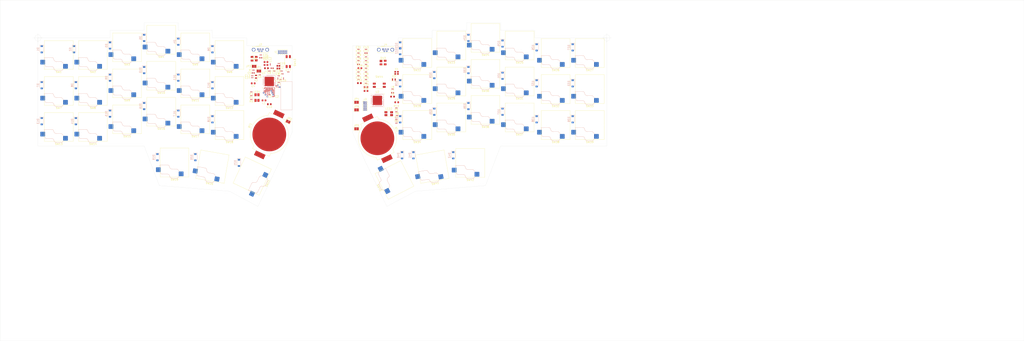
<source format=kicad_pcb>
(kicad_pcb (version 20171130) (host pcbnew 5.1.10-88a1d61d58~88~ubuntu18.04.1)
  (layers (0 F.Cu signal) (31 B.Cu signal) (34 B.Paste user) (35 F.Paste user) (36 B.SilkS user) (37 F.SilkS user) (38 B.Mask user) (39 F.Mask user) (44 Edge.Cuts user))
  (net 0 "")
  (net 1 "Net-(BT1-Pad1)")
  (net 2 GND)
  (net 3 "Net-(BT2-Pad1)")
  (net 4 /VDD_r)
  (net 5 "Net-(C5-Pad1)")
  (net 6 "Net-(C6-Pad2)")
  (net 7 "Net-(C7-Pad2)")
  (net 8 "Net-(C8-Pad2)")
  (net 9 "Net-(C9-Pad2)")
  (net 10 "Net-(C10-Pad2)")
  (net 11 "Net-(C11-Pad1)")
  (net 12 "Net-(C12-Pad1)")
  (net 13 "Net-(C13-Pad2)")
  (net 14 "Net-(C14-Pad2)")
  (net 15 "Net-(C15-Pad1)")
  (net 16 "Net-(C16-Pad1)")
  (net 17 /Reset_r)
  (net 18 "Net-(C18-Pad1)")
  (net 19 "Net-(C19-Pad1)")
  (net 20 /VBUS_r)
  (net 21 /VDD_l)
  (net 22 "Net-(C27-Pad1)")
  (net 23 "Net-(C28-Pad2)")
  (net 24 "Net-(C29-Pad2)")
  (net 25 "Net-(C30-Pad2)")
  (net 26 "Net-(C31-Pad2)")
  (net 27 "Net-(C32-Pad2)")
  (net 28 "Net-(C33-Pad1)")
  (net 29 "Net-(C34-Pad1)")
  (net 30 "Net-(C35-Pad2)")
  (net 31 "Net-(C36-Pad2)")
  (net 32 "Net-(C37-Pad1)")
  (net 33 "Net-(C38-Pad1)")
  (net 34 "Net-(C40-Pad1)")
  (net 35 "Net-(C41-Pad1)")
  (net 36 /VBUS_l)
  (net 37 "Net-(D1-Pad2)")
  (net 38 /Row0_r)
  (net 39 "Net-(D2-Pad2)")
  (net 40 "Net-(D3-Pad2)")
  (net 41 "Net-(D4-Pad2)")
  (net 42 "Net-(D5-Pad2)")
  (net 43 "Net-(D6-Pad2)")
  (net 44 "Net-(D7-Pad2)")
  (net 45 /Row1_r)
  (net 46 "Net-(D8-Pad2)")
  (net 47 "Net-(D9-Pad2)")
  (net 48 "Net-(D10-Pad2)")
  (net 49 "Net-(D11-Pad2)")
  (net 50 "Net-(D12-Pad2)")
  (net 51 "Net-(D13-Pad2)")
  (net 52 /Row2_r)
  (net 53 "Net-(D14-Pad2)")
  (net 54 "Net-(D15-Pad2)")
  (net 55 "Net-(D16-Pad2)")
  (net 56 "Net-(D17-Pad2)")
  (net 57 "Net-(D18-Pad2)")
  (net 58 "Net-(D19-Pad2)")
  (net 59 /Row3_r)
  (net 60 "Net-(D20-Pad2)")
  (net 61 "Net-(D21-Pad2)")
  (net 62 "Net-(D22-Pad2)")
  (net 63 /Row0_l)
  (net 64 "Net-(D23-Pad2)")
  (net 65 "Net-(D24-Pad2)")
  (net 66 "Net-(D25-Pad2)")
  (net 67 "Net-(D26-Pad2)")
  (net 68 "Net-(D27-Pad2)")
  (net 69 "Net-(D28-Pad2)")
  (net 70 /Row1_l)
  (net 71 "Net-(D29-Pad2)")
  (net 72 "Net-(D30-Pad2)")
  (net 73 "Net-(D31-Pad2)")
  (net 74 "Net-(D32-Pad2)")
  (net 75 "Net-(D33-Pad2)")
  (net 76 "Net-(D34-Pad2)")
  (net 77 /Row2_l)
  (net 78 "Net-(D35-Pad2)")
  (net 79 "Net-(D36-Pad2)")
  (net 80 "Net-(D37-Pad2)")
  (net 81 "Net-(D38-Pad2)")
  (net 82 "Net-(D39-Pad2)")
  (net 83 "Net-(D40-Pad2)")
  (net 84 /Row3_l)
  (net 85 "Net-(D41-Pad2)")
  (net 86 "Net-(D42-Pad2)")
  (net 87 "Net-(D43-Pad3)")
  (net 88 "Net-(D43-Pad2)")
  (net 89 "Net-(D46-Pad3)")
  (net 90 "Net-(D46-Pad2)")
  (net 91 "Net-(J1-Pad10)")
  (net 92 "Net-(J1-Pad9)")
  (net 93 "Net-(J1-Pad8)")
  (net 94 "Net-(J1-Pad7)")
  (net 95 "Net-(J1-Pad6)")
  (net 96 /SWDCLK_r)
  (net 97 /SWDIO_r)
  (net 98 /nrf_vcc_r)
  (net 99 "Net-(J2-Pad6)")
  (net 100 "Net-(J2-Pad4)")
  (net 101 "Net-(J2-Pad1)")
  (net 102 "Net-(J3-Pad10)")
  (net 103 "Net-(J3-Pad9)")
  (net 104 "Net-(J3-Pad8)")
  (net 105 "Net-(J3-Pad7)")
  (net 106 "Net-(J3-Pad6)")
  (net 107 /SWDCLK_l)
  (net 108 /SWDIO_l)
  (net 109 /nrf_vcc_l)
  (net 110 "Net-(J4-Pad6)")
  (net 111 "Net-(J4-Pad4)")
  (net 112 "Net-(J4-Pad1)")
  (net 113 /VDDH_r)
  (net 114 /VDDH_l)
  (net 115 "Net-(L1-Pad2)")
  (net 116 /DCC_r)
  (net 117 "Net-(L2-Pad1)")
  (net 118 "Net-(L5-Pad2)")
  (net 119 /DCC_l)
  (net 120 "Net-(L6-Pad1)")
  (net 121 "Net-(LED1-Pad4)")
  (net 122 "Net-(LED1-Pad3)")
  (net 123 "Net-(LED1-Pad2)")
  (net 124 "Net-(LED2-Pad4)")
  (net 125 "Net-(LED2-Pad3)")
  (net 126 "Net-(LED2-Pad2)")
  (net 127 /LED_R_r)
  (net 128 /LED_G_r)
  (net 129 /LED_B_r)
  (net 130 /LED_R_l)
  (net 131 /LED_G_l)
  (net 132 /LED_B_l)
  (net 133 /Col0_r)
  (net 134 /Col1_r)
  (net 135 /Col2_r)
  (net 136 /Col3_r)
  (net 137 /Col4_r)
  (net 138 /Col5_r)
  (net 139 /Col0_l)
  (net 140 /Col1_l)
  (net 141 /Col2_l)
  (net 142 /Col3_l)
  (net 143 /Col4_l)
  (net 144 /Col5_l)
  (net 145 "Net-(U1-PadW24)")
  (net 146 "Net-(U1-PadU24)")
  (net 147 "Net-(U1-PadR24)")
  (net 148 "Net-(U1-PadJ24)")
  (net 149 "Net-(U1-PadY23)")
  (net 150 "Net-(U1-PadV23)")
  (net 151 "Net-(U1-PadT23)")
  (net 152 "Net-(U1-PadP23)")
  (net 153 "Net-(U1-PadA20)")
  (net 154 "Net-(U1-PadA16)")
  (net 155 "Net-(U1-PadA14)")
  (net 156 "Net-(U1-PadB19)")
  (net 157 "Net-(U1-PadB17)")
  (net 158 "Net-(U1-PadB13)")
  (net 159 "Net-(U1-PadB11)")
  (net 160 "Net-(U1-PadB9)")
  (net 161 "Net-(U1-PadAC9)")
  (net 162 "Net-(U1-PadAC11)")
  (net 163 "Net-(U1-PadAC15)")
  (net 164 "Net-(U1-PadAC17)")
  (net 165 "Net-(U1-PadAC19)")
  (net 166 "Net-(U1-PadAD22)")
  (net 167 "Net-(U1-PadH2)")
  (net 168 "Net-(U1-PadK2)")
  (net 169 "Net-(U1-PadM2)")
  (net 170 "Net-(U1-PadP2)")
  (net 171 "Net-(U1-PadT2)")
  (net 172 "Net-(U1-PadG1)")
  (net 173 "Net-(U1-PadJ1)")
  (net 174 "Net-(U1-PadL1)")
  (net 175 "Net-(U1-PadAC21)")
  (net 176 "Net-(U2-PadW24)")
  (net 177 "Net-(U2-PadU24)")
  (net 178 "Net-(U2-PadR24)")
  (net 179 "Net-(U2-PadJ24)")
  (net 180 "Net-(U2-PadY23)")
  (net 181 "Net-(U2-PadV23)")
  (net 182 "Net-(U2-PadT23)")
  (net 183 "Net-(U2-PadP23)")
  (net 184 "Net-(U2-PadA20)")
  (net 185 "Net-(U2-PadA16)")
  (net 186 "Net-(U2-PadA14)")
  (net 187 "Net-(U2-PadB19)")
  (net 188 "Net-(U2-PadB17)")
  (net 189 "Net-(U2-PadB13)")
  (net 190 "Net-(U2-PadB11)")
  (net 191 "Net-(U2-PadB9)")
  (net 192 "Net-(U2-PadAC9)")
  (net 193 "Net-(U2-PadAC11)")
  (net 194 /Reset_l)
  (net 195 "Net-(U2-PadAC15)")
  (net 196 "Net-(U2-PadAC17)")
  (net 197 "Net-(U2-PadAC19)")
  (net 198 "Net-(U2-PadAD22)")
  (net 199 "Net-(U2-PadH2)")
  (net 200 "Net-(U2-PadK2)")
  (net 201 "Net-(U2-PadM2)")
  (net 202 "Net-(U2-PadP2)")
  (net 203 "Net-(U2-PadT2)")
  (net 204 "Net-(U2-PadG1)")
  (net 205 "Net-(U2-PadJ1)")
  (net 206 "Net-(U2-PadL1)")
  (net 207 "Net-(U2-PadAC21)")
  (module Button_Switch_SMD:Panasonic_EVQPUJ_EVQPUA (layer F.Cu) (at 230 75)
    (fp_text reference SW44 (at 0 -4.5) (layer F.SilkS))
    (fp_text value SW_SPST)
    (pad 1 smd rect (at 2.625 -0.85 180) (size 1.55 1) (layers F.Cu F.Paste F.Mask) (net 2 GND))
    (pad 1 smd rect (at -2.625 -0.85 180) (size 1.55 1) (layers F.Cu F.Paste F.Mask) (net 2 GND))
    (pad 2 smd rect (at -2.625 0.85 180) (size 1.55 1) (layers F.Cu F.Paste F.Mask) (net 17 /Reset_r))
    (pad 2 smd rect (at 2.625 0.85 180) (size 1.55 1) (layers F.Cu F.Paste F.Mask) (net 17 /Reset_r))
  )
  (module Button_Switch_SMD:Panasonic_EVQPUJ_EVQPUA (layer F.Cu) (at 182 62.5 270)
    (fp_text reference SW43 (at 0.5 -3.5 90) (layer F.SilkS))
    (fp_text value SW_SPST)
    (pad 1 smd rect (at 2.625 -0.85 90) (size 1.55 1) (layers F.Cu F.Paste F.Mask) (net 2 GND))
    (pad 1 smd rect (at -2.625 -0.85 90) (size 1.55 1) (layers F.Cu F.Paste F.Mask) (net 2 GND))
    (pad 2 smd rect (at -2.625 0.85 90) (size 1.55 1) (layers F.Cu F.Paste F.Mask) (net 194 /Reset_l))
    (pad 2 smd rect (at 2.625 0.85 90) (size 1.55 1) (layers F.Cu F.Paste F.Mask) (net 194 /Reset_l))
  )
  (module Crystal:Crystal_SMD_2016-4Pin_2.0x1.6mm (layer F.Cu) (at 239.13 68.45)
    (fp_text reference X4 (at 0 -2) (layer F.SilkS))
    (fp_text value 32MHz)
    (pad 4 smd rect (at -0.7 -0.55) (size 0.9 0.8) (layers F.Cu F.Paste F.Mask))
    (pad 3 smd rect (at 0.7 -0.55) (size 0.9 0.8) (layers F.Cu F.Paste F.Mask) (net 35 "Net-(C41-Pad1)"))
    (pad 2 smd rect (at 0.7 0.55) (size 0.9 0.8) (layers F.Cu F.Paste F.Mask) (net 2 GND))
    (pad 1 smd rect (at -0.7 0.55) (size 0.9 0.8) (layers F.Cu F.Paste F.Mask) (net 34 "Net-(C40-Pad1)"))
  )
  (module Crystal:Crystal_SMD_2012-2Pin_2.0x1.2mm (layer F.Cu) (at 237.7 72)
    (fp_text reference X3 (at 0 -1.8) (layer F.SilkS))
    (fp_text value 32.768kHz)
    (pad 2 smd rect (at 0.7 0) (size 0.6 1.1) (layers F.Cu F.Paste F.Mask) (net 31 "Net-(C36-Pad2)"))
    (pad 1 smd rect (at -0.7 0) (size 0.6 1.1) (layers F.Cu F.Paste F.Mask) (net 30 "Net-(C35-Pad2)"))
  )
  (module Crystal:Crystal_SMD_2012-2Pin_2.0x1.2mm (layer F.Cu) (at 165 70.5 270)
    (fp_text reference X2 (at 2 0 180) (layer F.SilkS))
    (fp_text value 32.768kHz)
    (pad 2 smd rect (at 0.7 0 270) (size 0.6 1.1) (layers F.Cu F.Paste F.Mask) (net 14 "Net-(C14-Pad2)"))
    (pad 1 smd rect (at -0.7 0 270) (size 0.6 1.1) (layers F.Cu F.Paste F.Mask) (net 13 "Net-(C13-Pad2)"))
  )
  (module Crystal:Crystal_SMD_2016-4Pin_2.0x1.6mm (layer F.Cu) (at 176.8 65.45 90)
    (fp_text reference X1 (at 0 2.2 90) (layer F.SilkS))
    (fp_text value 32MHz)
    (pad 4 smd rect (at -0.7 -0.55 90) (size 0.9 0.8) (layers F.Cu F.Paste F.Mask))
    (pad 3 smd rect (at 0.7 -0.55 90) (size 0.9 0.8) (layers F.Cu F.Paste F.Mask) (net 19 "Net-(C19-Pad1)"))
    (pad 2 smd rect (at 0.7 0.55 90) (size 0.9 0.8) (layers F.Cu F.Paste F.Mask) (net 2 GND))
    (pad 1 smd rect (at -0.7 0.55 90) (size 0.9 0.8) (layers F.Cu F.Paste F.Mask) (net 18 "Net-(C18-Pad1)"))
  )
  (module Package_DFN_QFN:Nordic_AQFN-73-1EP_7x7mm_P0.5mm (layer F.Cu) (at 229 83)
    (fp_text reference U2 (at 0 -4.5) (layer F.SilkS))
    (fp_text value nRF52840)
    (pad AC24 smd circle (at 3.25 2.75 180) (size 0.25 0.25) (layers F.Cu F.Paste F.Mask) (net 97 /SWDIO_r))
    (pad AA24 smd circle (at 3.25 2.25 180) (size 0.25 0.25) (layers F.Cu F.Paste F.Mask) (net 96 /SWDCLK_r))
    (pad W24 smd circle (at 3.25 1.75 180) (size 0.25 0.25) (layers F.Cu F.Paste F.Mask) (net 176 "Net-(U2-PadW24)"))
    (pad U24 smd circle (at 3.25 1.25 180) (size 0.25 0.25) (layers F.Cu F.Paste F.Mask) (net 177 "Net-(U2-PadU24)"))
    (pad R24 smd circle (at 3.25 0.75 180) (size 0.25 0.25) (layers F.Cu F.Paste F.Mask) (net 178 "Net-(U2-PadR24)"))
    (pad N24 smd circle (at 3.25 0.25 180) (size 0.25 0.25) (layers F.Cu F.Paste F.Mask) (net 24 "Net-(C29-Pad2)"))
    (pad L24 smd circle (at 3.25 -0.25 180) (size 0.25 0.25) (layers F.Cu F.Paste F.Mask) (net 38 /Row0_r))
    (pad J24 smd circle (at 3.25 -0.75 180) (size 0.25 0.25) (layers F.Cu F.Paste F.Mask) (net 179 "Net-(U2-PadJ24)"))
    (pad E24 smd circle (at 3.25 -1.75 180) (size 0.25 0.25) (layers F.Cu F.Paste F.Mask) (net 28 "Net-(C33-Pad1)"))
    (pad Y23 smd circle (at 2.75 2 180) (size 0.25 0.25) (layers F.Cu F.Paste F.Mask) (net 180 "Net-(U2-PadY23)"))
    (pad V23 smd circle (at 2.75 1.5 180) (size 0.25 0.25) (layers F.Cu F.Paste F.Mask) (net 181 "Net-(U2-PadV23)"))
    (pad T23 smd circle (at 2.75 1 180) (size 0.25 0.25) (layers F.Cu F.Paste F.Mask) (net 182 "Net-(U2-PadT23)"))
    (pad P23 smd circle (at 2.75 0.5 180) (size 0.25 0.25) (layers F.Cu F.Paste F.Mask) (net 183 "Net-(U2-PadP23)"))
    (pad H23 smd circle (at 2.75 -1 180) (size 0.25 0.25) (layers F.Cu F.Paste F.Mask) (net 33 "Net-(C38-Pad1)"))
    (pad F23 smd circle (at 2.75 -1.5 180) (size 0.25 0.25) (layers F.Cu F.Paste F.Mask) (net 2 GND))
    (pad A23 smd circle (at 2.75 -3.25 180) (size 0.25 0.25) (layers F.Cu F.Paste F.Mask) (net 35 "Net-(C41-Pad1)"))
    (pad A22 smd circle (at 2.25 -3.25 180) (size 0.25 0.25) (layers F.Cu F.Paste F.Mask) (net 4 /VDD_r))
    (pad A20 smd circle (at 1.75 -3.25 180) (size 0.25 0.25) (layers F.Cu F.Paste F.Mask) (net 184 "Net-(U2-PadA20)"))
    (pad A18 smd circle (at 1.25 -3.25 180) (size 0.25 0.25) (layers F.Cu F.Paste F.Mask) (net 25 "Net-(C30-Pad2)"))
    (pad A16 smd circle (at 0.75 -3.25 180) (size 0.25 0.25) (layers F.Cu F.Paste F.Mask) (net 185 "Net-(U2-PadA16)"))
    (pad A14 smd circle (at 0.25 -3.25 180) (size 0.25 0.25) (layers F.Cu F.Paste F.Mask) (net 186 "Net-(U2-PadA14)"))
    (pad A12 smd circle (at -0.25 -3.25 180) (size 0.25 0.25) (layers F.Cu F.Paste F.Mask) (net 59 /Row3_r))
    (pad A10 smd circle (at -0.75 -3.25 180) (size 0.25 0.25) (layers F.Cu F.Paste F.Mask) (net 52 /Row2_r))
    (pad B19 smd circle (at 1.5 -2.75 180) (size 0.25 0.25) (layers F.Cu F.Paste F.Mask) (net 187 "Net-(U2-PadB19)"))
    (pad B17 smd circle (at 1 -2.75 180) (size 0.25 0.25) (layers F.Cu F.Paste F.Mask) (net 188 "Net-(U2-PadB17)"))
    (pad B15 smd circle (at 0.5 -2.75 180) (size 0.25 0.25) (layers F.Cu F.Paste F.Mask) (net 2 GND))
    (pad B13 smd circle (at 0 -2.75 180) (size 0.25 0.25) (layers F.Cu F.Paste F.Mask) (net 189 "Net-(U2-PadB13)"))
    (pad B11 smd circle (at -0.5 -2.75 180) (size 0.25 0.25) (layers F.Cu F.Paste F.Mask) (net 190 "Net-(U2-PadB11)"))
    (pad B9 smd circle (at -1 -2.75 180) (size 0.25 0.25) (layers F.Cu F.Paste F.Mask) (net 191 "Net-(U2-PadB9)"))
    (pad B7 smd circle (at -1.5 -2.75 180) (size 0.25 0.25) (layers F.Cu F.Paste F.Mask) (net 2 GND))
    (pad B5 smd circle (at -2 -2.75 180) (size 0.25 0.25) (layers F.Cu F.Paste F.Mask) (net 28 "Net-(C33-Pad1)"))
    (pad AC5 smd circle (at -2 2.75 180) (size 0.25 0.25) (layers F.Cu F.Paste F.Mask) (net 27 "Net-(C32-Pad2)"))
    (pad AC9 smd circle (at -1 2.75 180) (size 0.25 0.25) (layers F.Cu F.Paste F.Mask) (net 192 "Net-(U2-PadAC9)"))
    (pad AC11 smd circle (at -0.5 2.75 180) (size 0.25 0.25) (layers F.Cu F.Paste F.Mask) (net 193 "Net-(U2-PadAC11)"))
    (pad AC13 smd circle (at 0 2.75 180) (size 0.25 0.25) (layers F.Cu F.Paste F.Mask) (net 17 /Reset_r))
    (pad AC15 smd circle (at 0.5 2.75 180) (size 0.25 0.25) (layers F.Cu F.Paste F.Mask) (net 195 "Net-(U2-PadAC15)"))
    (pad AC17 smd circle (at 1 2.75 180) (size 0.25 0.25) (layers F.Cu F.Paste F.Mask) (net 196 "Net-(U2-PadAC17)"))
    (pad AC19 smd circle (at 1.5 2.75 180) (size 0.25 0.25) (layers F.Cu F.Paste F.Mask) (net 197 "Net-(U2-PadAC19)"))
    (pad AD22 smd circle (at 2.25 3.25 180) (size 0.25 0.25) (layers F.Cu F.Paste F.Mask) (net 198 "Net-(U2-PadAD22)"))
    (pad AD20 smd circle (at 1.75 3.25 180) (size 0.25 0.25) (layers F.Cu F.Paste F.Mask) (net 138 /Col5_r))
    (pad AD18 smd circle (at 1.25 3.25 180) (size 0.25 0.25) (layers F.Cu F.Paste F.Mask) (net 137 /Col4_r))
    (pad AD16 smd circle (at 0.75 3.25 180) (size 0.25 0.25) (layers F.Cu F.Paste F.Mask) (net 136 /Col3_r))
    (pad AD14 smd circle (at 0.25 3.25 180) (size 0.25 0.25) (layers F.Cu F.Paste F.Mask) (net 4 /VDD_r))
    (pad AD12 smd circle (at -0.25 3.25 180) (size 0.25 0.25) (layers F.Cu F.Paste F.Mask) (net 135 /Col2_r))
    (pad AD10 smd circle (at -0.75 3.25 180) (size 0.25 0.25) (layers F.Cu F.Paste F.Mask) (net 134 /Col1_r))
    (pad AD8 smd circle (at -1.25 3.25 180) (size 0.25 0.25) (layers F.Cu F.Paste F.Mask) (net 133 /Col0_r))
    (pad AD6 smd circle (at -1.75 3.25 180) (size 0.25 0.25) (layers F.Cu F.Paste F.Mask) (net 87 "Net-(D43-Pad3)"))
    (pad AD4 smd circle (at -2.25 3.25 180) (size 0.25 0.25) (layers F.Cu F.Paste F.Mask) (net 88 "Net-(D43-Pad2)"))
    (pad B1 smd circle (at -3.25 -2.75 180) (size 0.25 0.25) (layers F.Cu F.Paste F.Mask) (net 4 /VDD_r))
    (pad D2 smd circle (at -2.75 -2 180) (size 0.25 0.25) (layers F.Cu F.Paste F.Mask) (net 30 "Net-(C35-Pad2)"))
    (pad C1 smd circle (at -3.25 -2.25 180) (size 0.25 0.25) (layers F.Cu F.Paste F.Mask) (net 23 "Net-(C28-Pad2)"))
    (pad F2 smd circle (at -2.75 -1.5 180) (size 0.25 0.25) (layers F.Cu F.Paste F.Mask) (net 31 "Net-(C36-Pad2)"))
    (pad H2 smd circle (at -2.75 -1 180) (size 0.25 0.25) (layers F.Cu F.Paste F.Mask) (net 199 "Net-(U2-PadH2)"))
    (pad K2 smd circle (at -2.75 -0.5 180) (size 0.25 0.25) (layers F.Cu F.Paste F.Mask) (net 200 "Net-(U2-PadK2)"))
    (pad M2 smd circle (at -2.75 0 180) (size 0.25 0.25) (layers F.Cu F.Paste F.Mask) (net 201 "Net-(U2-PadM2)"))
    (pad P2 smd circle (at -2.75 0.5 180) (size 0.25 0.25) (layers F.Cu F.Paste F.Mask) (net 202 "Net-(U2-PadP2)"))
    (pad T2 smd circle (at -2.75 1 180) (size 0.25 0.25) (layers F.Cu F.Paste F.Mask) (net 203 "Net-(U2-PadT2)"))
    (pad G1 smd circle (at -3.25 -1.25 180) (size 0.25 0.25) (layers F.Cu F.Paste F.Mask) (net 204 "Net-(U2-PadG1)"))
    (pad J1 smd circle (at -3.25 -0.75 180) (size 0.25 0.25) (layers F.Cu F.Paste F.Mask) (net 205 "Net-(U2-PadJ1)"))
    (pad L1 smd circle (at -3.25 -0.25 180) (size 0.25 0.25) (layers F.Cu F.Paste F.Mask) (net 206 "Net-(U2-PadL1)"))
    (pad N1 smd circle (at -3.25 0.25 180) (size 0.25 0.25) (layers F.Cu F.Paste F.Mask) (net 127 /LED_R_r))
    (pad R1 smd circle (at -3.25 0.75 180) (size 0.25 0.25) (layers F.Cu F.Paste F.Mask) (net 128 /LED_G_r))
    (pad U1 smd circle (at -3.25 1.25 180) (size 0.25 0.25) (layers F.Cu F.Paste F.Mask) (net 129 /LED_B_r))
    (pad W1 smd circle (at -3.25 1.75 180) (size 0.25 0.25) (layers F.Cu F.Paste F.Mask) (net 4 /VDD_r))
    (pad Y2 smd circle (at -2.75 2 180) (size 0.25 0.25) (layers F.Cu F.Paste F.Mask) (net 113 /VDDH_r))
    (pad AB2 smd circle (at -2.75 2.5 180) (size 0.25 0.25) (layers F.Cu F.Paste F.Mask) (net 118 "Net-(L5-Pad2)"))
    (pad AD2 smd circle (at -2.75 3.25 180) (size 0.25 0.25) (layers F.Cu F.Paste F.Mask) (net 22 "Net-(C27-Pad1)"))
    (pad AD23 smd circle (at 2.75 3.25 180) (size 0.25 0.25) (layers F.Cu F.Paste F.Mask) (net 4 /VDD_r))
    (pad AC21 smd circle (at 2 2.75 180) (size 0.25 0.25) (layers F.Cu F.Paste F.Mask) (net 207 "Net-(U2-PadAC21)"))
    (pad B3 smd circle (at -2.5 -2.75 180) (size 0.25 0.25) (layers F.Cu F.Paste F.Mask) (net 116 /DCC_r))
    (pad A8 smd circle (at -1.25 -3.25 180) (size 0.25 0.25) (layers F.Cu F.Paste F.Mask) (net 45 /Row1_r))
    (pad D23 smd circle (at 2.75 -2 180) (size 0.25 0.25) (layers F.Cu F.Paste F.Mask) (net 26 "Net-(C31-Pad2)"))
    (pad B24 smd circle (at 3.25 -2.75 180) (size 0.25 0.25) (layers F.Cu F.Paste F.Mask) (net 34 "Net-(C40-Pad1)"))
    (pad EP smd rect (at 0 0 180) (size 4.85 4.85) (layers F.Cu F.Mask) (net 2 GND))
  )
  (module Package_DFN_QFN:Nordic_AQFN-73-1EP_7x7mm_P0.5mm (layer F.Cu) (at 172 73)
    (fp_text reference U1 (at -3 -4.5) (layer F.SilkS))
    (fp_text value nRF52840)
    (pad AC24 smd circle (at 3.25 2.75 180) (size 0.25 0.25) (layers F.Cu F.Paste F.Mask) (net 108 /SWDIO_l))
    (pad AA24 smd circle (at 3.25 2.25 180) (size 0.25 0.25) (layers F.Cu F.Paste F.Mask) (net 107 /SWDCLK_l))
    (pad W24 smd circle (at 3.25 1.75 180) (size 0.25 0.25) (layers F.Cu F.Paste F.Mask) (net 145 "Net-(U1-PadW24)"))
    (pad U24 smd circle (at 3.25 1.25 180) (size 0.25 0.25) (layers F.Cu F.Paste F.Mask) (net 146 "Net-(U1-PadU24)"))
    (pad R24 smd circle (at 3.25 0.75 180) (size 0.25 0.25) (layers F.Cu F.Paste F.Mask) (net 147 "Net-(U1-PadR24)"))
    (pad N24 smd circle (at 3.25 0.25 180) (size 0.25 0.25) (layers F.Cu F.Paste F.Mask) (net 7 "Net-(C7-Pad2)"))
    (pad L24 smd circle (at 3.25 -0.25 180) (size 0.25 0.25) (layers F.Cu F.Paste F.Mask) (net 63 /Row0_l))
    (pad J24 smd circle (at 3.25 -0.75 180) (size 0.25 0.25) (layers F.Cu F.Paste F.Mask) (net 148 "Net-(U1-PadJ24)"))
    (pad E24 smd circle (at 3.25 -1.75 180) (size 0.25 0.25) (layers F.Cu F.Paste F.Mask) (net 11 "Net-(C11-Pad1)"))
    (pad Y23 smd circle (at 2.75 2 180) (size 0.25 0.25) (layers F.Cu F.Paste F.Mask) (net 149 "Net-(U1-PadY23)"))
    (pad V23 smd circle (at 2.75 1.5 180) (size 0.25 0.25) (layers F.Cu F.Paste F.Mask) (net 150 "Net-(U1-PadV23)"))
    (pad T23 smd circle (at 2.75 1 180) (size 0.25 0.25) (layers F.Cu F.Paste F.Mask) (net 151 "Net-(U1-PadT23)"))
    (pad P23 smd circle (at 2.75 0.5 180) (size 0.25 0.25) (layers F.Cu F.Paste F.Mask) (net 152 "Net-(U1-PadP23)"))
    (pad H23 smd circle (at 2.75 -1 180) (size 0.25 0.25) (layers F.Cu F.Paste F.Mask) (net 16 "Net-(C16-Pad1)"))
    (pad F23 smd circle (at 2.75 -1.5 180) (size 0.25 0.25) (layers F.Cu F.Paste F.Mask) (net 2 GND))
    (pad A23 smd circle (at 2.75 -3.25 180) (size 0.25 0.25) (layers F.Cu F.Paste F.Mask) (net 19 "Net-(C19-Pad1)"))
    (pad A22 smd circle (at 2.25 -3.25 180) (size 0.25 0.25) (layers F.Cu F.Paste F.Mask) (net 21 /VDD_l))
    (pad A20 smd circle (at 1.75 -3.25 180) (size 0.25 0.25) (layers F.Cu F.Paste F.Mask) (net 153 "Net-(U1-PadA20)"))
    (pad A18 smd circle (at 1.25 -3.25 180) (size 0.25 0.25) (layers F.Cu F.Paste F.Mask) (net 8 "Net-(C8-Pad2)"))
    (pad A16 smd circle (at 0.75 -3.25 180) (size 0.25 0.25) (layers F.Cu F.Paste F.Mask) (net 154 "Net-(U1-PadA16)"))
    (pad A14 smd circle (at 0.25 -3.25 180) (size 0.25 0.25) (layers F.Cu F.Paste F.Mask) (net 155 "Net-(U1-PadA14)"))
    (pad A12 smd circle (at -0.25 -3.25 180) (size 0.25 0.25) (layers F.Cu F.Paste F.Mask) (net 84 /Row3_l))
    (pad A10 smd circle (at -0.75 -3.25 180) (size 0.25 0.25) (layers F.Cu F.Paste F.Mask) (net 77 /Row2_l))
    (pad B19 smd circle (at 1.5 -2.75 180) (size 0.25 0.25) (layers F.Cu F.Paste F.Mask) (net 156 "Net-(U1-PadB19)"))
    (pad B17 smd circle (at 1 -2.75 180) (size 0.25 0.25) (layers F.Cu F.Paste F.Mask) (net 157 "Net-(U1-PadB17)"))
    (pad B15 smd circle (at 0.5 -2.75 180) (size 0.25 0.25) (layers F.Cu F.Paste F.Mask) (net 2 GND))
    (pad B13 smd circle (at 0 -2.75 180) (size 0.25 0.25) (layers F.Cu F.Paste F.Mask) (net 158 "Net-(U1-PadB13)"))
    (pad B11 smd circle (at -0.5 -2.75 180) (size 0.25 0.25) (layers F.Cu F.Paste F.Mask) (net 159 "Net-(U1-PadB11)"))
    (pad B9 smd circle (at -1 -2.75 180) (size 0.25 0.25) (layers F.Cu F.Paste F.Mask) (net 160 "Net-(U1-PadB9)"))
    (pad B7 smd circle (at -1.5 -2.75 180) (size 0.25 0.25) (layers F.Cu F.Paste F.Mask) (net 2 GND))
    (pad B5 smd circle (at -2 -2.75 180) (size 0.25 0.25) (layers F.Cu F.Paste F.Mask) (net 11 "Net-(C11-Pad1)"))
    (pad AC5 smd circle (at -2 2.75 180) (size 0.25 0.25) (layers F.Cu F.Paste F.Mask) (net 10 "Net-(C10-Pad2)"))
    (pad AC9 smd circle (at -1 2.75 180) (size 0.25 0.25) (layers F.Cu F.Paste F.Mask) (net 161 "Net-(U1-PadAC9)"))
    (pad AC11 smd circle (at -0.5 2.75 180) (size 0.25 0.25) (layers F.Cu F.Paste F.Mask) (net 162 "Net-(U1-PadAC11)"))
    (pad AC13 smd circle (at 0 2.75 180) (size 0.25 0.25) (layers F.Cu F.Paste F.Mask) (net 194 /Reset_l))
    (pad AC15 smd circle (at 0.5 2.75 180) (size 0.25 0.25) (layers F.Cu F.Paste F.Mask) (net 163 "Net-(U1-PadAC15)"))
    (pad AC17 smd circle (at 1 2.75 180) (size 0.25 0.25) (layers F.Cu F.Paste F.Mask) (net 164 "Net-(U1-PadAC17)"))
    (pad AC19 smd circle (at 1.5 2.75 180) (size 0.25 0.25) (layers F.Cu F.Paste F.Mask) (net 165 "Net-(U1-PadAC19)"))
    (pad AD22 smd circle (at 2.25 3.25 180) (size 0.25 0.25) (layers F.Cu F.Paste F.Mask) (net 166 "Net-(U1-PadAD22)"))
    (pad AD20 smd circle (at 1.75 3.25 180) (size 0.25 0.25) (layers F.Cu F.Paste F.Mask) (net 144 /Col5_l))
    (pad AD18 smd circle (at 1.25 3.25 180) (size 0.25 0.25) (layers F.Cu F.Paste F.Mask) (net 143 /Col4_l))
    (pad AD16 smd circle (at 0.75 3.25 180) (size 0.25 0.25) (layers F.Cu F.Paste F.Mask) (net 142 /Col3_l))
    (pad AD14 smd circle (at 0.25 3.25 180) (size 0.25 0.25) (layers F.Cu F.Paste F.Mask) (net 21 /VDD_l))
    (pad AD12 smd circle (at -0.25 3.25 180) (size 0.25 0.25) (layers F.Cu F.Paste F.Mask) (net 141 /Col2_l))
    (pad AD10 smd circle (at -0.75 3.25 180) (size 0.25 0.25) (layers F.Cu F.Paste F.Mask) (net 140 /Col1_l))
    (pad AD8 smd circle (at -1.25 3.25 180) (size 0.25 0.25) (layers F.Cu F.Paste F.Mask) (net 139 /Col0_l))
    (pad AD6 smd circle (at -1.75 3.25 180) (size 0.25 0.25) (layers F.Cu F.Paste F.Mask) (net 89 "Net-(D46-Pad3)"))
    (pad AD4 smd circle (at -2.25 3.25 180) (size 0.25 0.25) (layers F.Cu F.Paste F.Mask) (net 90 "Net-(D46-Pad2)"))
    (pad B1 smd circle (at -3.25 -2.75 180) (size 0.25 0.25) (layers F.Cu F.Paste F.Mask) (net 21 /VDD_l))
    (pad D2 smd circle (at -2.75 -2 180) (size 0.25 0.25) (layers F.Cu F.Paste F.Mask) (net 13 "Net-(C13-Pad2)"))
    (pad C1 smd circle (at -3.25 -2.25 180) (size 0.25 0.25) (layers F.Cu F.Paste F.Mask) (net 6 "Net-(C6-Pad2)"))
    (pad F2 smd circle (at -2.75 -1.5 180) (size 0.25 0.25) (layers F.Cu F.Paste F.Mask) (net 14 "Net-(C14-Pad2)"))
    (pad H2 smd circle (at -2.75 -1 180) (size 0.25 0.25) (layers F.Cu F.Paste F.Mask) (net 167 "Net-(U1-PadH2)"))
    (pad K2 smd circle (at -2.75 -0.5 180) (size 0.25 0.25) (layers F.Cu F.Paste F.Mask) (net 168 "Net-(U1-PadK2)"))
    (pad M2 smd circle (at -2.75 0 180) (size 0.25 0.25) (layers F.Cu F.Paste F.Mask) (net 169 "Net-(U1-PadM2)"))
    (pad P2 smd circle (at -2.75 0.5 180) (size 0.25 0.25) (layers F.Cu F.Paste F.Mask) (net 170 "Net-(U1-PadP2)"))
    (pad T2 smd circle (at -2.75 1 180) (size 0.25 0.25) (layers F.Cu F.Paste F.Mask) (net 171 "Net-(U1-PadT2)"))
    (pad G1 smd circle (at -3.25 -1.25 180) (size 0.25 0.25) (layers F.Cu F.Paste F.Mask) (net 172 "Net-(U1-PadG1)"))
    (pad J1 smd circle (at -3.25 -0.75 180) (size 0.25 0.25) (layers F.Cu F.Paste F.Mask) (net 173 "Net-(U1-PadJ1)"))
    (pad L1 smd circle (at -3.25 -0.25 180) (size 0.25 0.25) (layers F.Cu F.Paste F.Mask) (net 174 "Net-(U1-PadL1)"))
    (pad N1 smd circle (at -3.25 0.25 180) (size 0.25 0.25) (layers F.Cu F.Paste F.Mask) (net 130 /LED_R_l))
    (pad R1 smd circle (at -3.25 0.75 180) (size 0.25 0.25) (layers F.Cu F.Paste F.Mask) (net 131 /LED_G_l))
    (pad U1 smd circle (at -3.25 1.25 180) (size 0.25 0.25) (layers F.Cu F.Paste F.Mask) (net 132 /LED_B_l))
    (pad W1 smd circle (at -3.25 1.75 180) (size 0.25 0.25) (layers F.Cu F.Paste F.Mask) (net 21 /VDD_l))
    (pad Y2 smd circle (at -2.75 2 180) (size 0.25 0.25) (layers F.Cu F.Paste F.Mask) (net 114 /VDDH_l))
    (pad AB2 smd circle (at -2.75 2.5 180) (size 0.25 0.25) (layers F.Cu F.Paste F.Mask) (net 115 "Net-(L1-Pad2)"))
    (pad AD2 smd circle (at -2.75 3.25 180) (size 0.25 0.25) (layers F.Cu F.Paste F.Mask) (net 5 "Net-(C5-Pad1)"))
    (pad AD23 smd circle (at 2.75 3.25 180) (size 0.25 0.25) (layers F.Cu F.Paste F.Mask) (net 21 /VDD_l))
    (pad AC21 smd circle (at 2 2.75 180) (size 0.25 0.25) (layers F.Cu F.Paste F.Mask) (net 175 "Net-(U1-PadAC21)"))
    (pad B3 smd circle (at -2.5 -2.75 180) (size 0.25 0.25) (layers F.Cu F.Paste F.Mask) (net 119 /DCC_l))
    (pad A8 smd circle (at -1.25 -3.25 180) (size 0.25 0.25) (layers F.Cu F.Paste F.Mask) (net 70 /Row1_l))
    (pad D23 smd circle (at 2.75 -2 180) (size 0.25 0.25) (layers F.Cu F.Paste F.Mask) (net 9 "Net-(C9-Pad2)"))
    (pad B24 smd circle (at 3.25 -2.75 180) (size 0.25 0.25) (layers F.Cu F.Paste F.Mask) (net 18 "Net-(C18-Pad1)"))
    (pad EP smd rect (at 0 0 180) (size 4.85 4.85) (layers F.Cu F.Mask) (net 2 GND))
  )
  (module Switch_Keyboard_Hotswap_Kailh:SW_Hotswap_Kailh_Choc_V1V2_1.00u (layer F.Cu) (at 278 116 180)
    (fp_text reference SW42 (at 0 -9) (layer F.SilkS))
    (fp_text value SW_Push)
    (pad "" np_thru_hole circle (at 0 -5.9 180) (size 3.05 3.05) (drill 3.05) (layers *.Cu *.Mask))
    (pad "" np_thru_hole circle (at 5 -3.8 180) (size 3.05 3.05) (drill 3.05) (layers *.Cu *.Mask))
    (pad 1 smd roundrect (at -3.5 -6 180) (size 2.55 2.5) (layers B.Cu B.Paste B.Mask) (roundrect_rratio 0.1) (net 135 /Col2_r))
    (pad 2 smd roundrect (at 8.5 -3.8 180) (size 2.55 2.5) (layers B.Cu B.Paste B.Mask) (roundrect_rratio 0.1) (net 86 "Net-(D42-Pad2)"))
    (pad "" np_thru_hole circle (at 0 0 180) (size 5.05 5.05) (drill 5.05) (layers *.Cu *.Mask))
    (pad "" np_thru_hole circle (at -5.5 0 180) (size 1.9 1.9) (drill 1.9) (layers *.Cu *.Mask))
    (pad "" np_thru_hole circle (at 5.5 0 180) (size 1.9 1.9) (drill 1.9) (layers *.Cu *.Mask))
    (pad "" np_thru_hole circle (at -5 5.15 180) (size 1.6 1.6) (drill 1.6) (layers *.Cu *.Mask))
  )
  (module Switch_Keyboard_Hotswap_Kailh:SW_Hotswap_Kailh_Choc_V1V2_1.00u (layer F.Cu) (at 258 118 190)
    (fp_text reference SW41 (at 0 -9 190) (layer F.SilkS))
    (fp_text value SW_Push)
    (pad "" np_thru_hole circle (at 0 -5.9 190) (size 3.05 3.05) (drill 3.05) (layers *.Cu *.Mask))
    (pad "" np_thru_hole circle (at 5 -3.8 190) (size 3.05 3.05) (drill 3.05) (layers *.Cu *.Mask))
    (pad 1 smd roundrect (at -3.5 -6 190) (size 2.55 2.5) (layers B.Cu B.Paste B.Mask) (roundrect_rratio 0.1) (net 134 /Col1_r))
    (pad 2 smd roundrect (at 8.5 -3.8 190) (size 2.55 2.5) (layers B.Cu B.Paste B.Mask) (roundrect_rratio 0.1) (net 85 "Net-(D41-Pad2)"))
    (pad "" np_thru_hole circle (at 0 0 190) (size 5.05 5.05) (drill 5.05) (layers *.Cu *.Mask))
    (pad "" np_thru_hole circle (at -5.5 0 190) (size 1.9 1.9) (drill 1.9) (layers *.Cu *.Mask))
    (pad "" np_thru_hole circle (at 5.5 0 190) (size 1.9 1.9) (drill 1.9) (layers *.Cu *.Mask))
    (pad "" np_thru_hole circle (at -5 5.15 190) (size 1.6 1.6) (drill 1.6) (layers *.Cu *.Mask))
  )
  (module Switch_Keyboard_Hotswap_Kailh:SW_Hotswap_Kailh_Choc_V1V2_1.00u (layer F.Cu) (at 238 125 117)
    (fp_text reference SW40 (at 0 -9 297) (layer F.SilkS))
    (fp_text value SW_Push)
    (pad "" np_thru_hole circle (at 0 -5.9 117) (size 3.05 3.05) (drill 3.05) (layers *.Cu *.Mask))
    (pad "" np_thru_hole circle (at 5 -3.8 117) (size 3.05 3.05) (drill 3.05) (layers *.Cu *.Mask))
    (pad 1 smd roundrect (at -3.5 -6 117) (size 2.55 2.5) (layers B.Cu B.Paste B.Mask) (roundrect_rratio 0.1) (net 133 /Col0_r))
    (pad 2 smd roundrect (at 8.5 -3.8 117) (size 2.55 2.5) (layers B.Cu B.Paste B.Mask) (roundrect_rratio 0.1) (net 83 "Net-(D40-Pad2)"))
    (pad "" np_thru_hole circle (at 0 0 117) (size 5.05 5.05) (drill 5.05) (layers *.Cu *.Mask))
    (pad "" np_thru_hole circle (at -5.5 0 117) (size 1.9 1.9) (drill 1.9) (layers *.Cu *.Mask))
    (pad "" np_thru_hole circle (at 5.5 0 117) (size 1.9 1.9) (drill 1.9) (layers *.Cu *.Mask))
    (pad "" np_thru_hole circle (at -5 5.15 117) (size 1.6 1.6) (drill 1.6) (layers *.Cu *.Mask))
  )
  (module Switch_Keyboard_Hotswap_Kailh:SW_Hotswap_Kailh_Choc_V1V2_1.00u (layer F.Cu) (at 341 96 180)
    (fp_text reference SW39 (at 0 -9) (layer F.SilkS))
    (fp_text value SW_Push)
    (pad "" np_thru_hole circle (at -5 5.15 180) (size 1.6 1.6) (drill 1.6) (layers *.Cu *.Mask))
    (pad "" np_thru_hole circle (at 5.5 0 180) (size 1.9 1.9) (drill 1.9) (layers *.Cu *.Mask))
    (pad "" np_thru_hole circle (at -5.5 0 180) (size 1.9 1.9) (drill 1.9) (layers *.Cu *.Mask))
    (pad "" np_thru_hole circle (at 0 0 180) (size 5.05 5.05) (drill 5.05) (layers *.Cu *.Mask))
    (pad 2 smd roundrect (at 8.5 -3.8 180) (size 2.55 2.5) (layers B.Cu B.Paste B.Mask) (roundrect_rratio 0.1) (net 82 "Net-(D39-Pad2)"))
    (pad 1 smd roundrect (at -3.5 -6 180) (size 2.55 2.5) (layers B.Cu B.Paste B.Mask) (roundrect_rratio 0.1) (net 138 /Col5_r))
    (pad "" np_thru_hole circle (at 5 -3.8 180) (size 3.05 3.05) (drill 3.05) (layers *.Cu *.Mask))
    (pad "" np_thru_hole circle (at 0 -5.9 180) (size 3.05 3.05) (drill 3.05) (layers *.Cu *.Mask))
  )
  (module Switch_Keyboard_Hotswap_Kailh:SW_Hotswap_Kailh_Choc_V1V2_1.00u (layer F.Cu) (at 323 96 180)
    (fp_text reference SW38 (at 0 -9) (layer F.SilkS))
    (fp_text value SW_Push)
    (pad "" np_thru_hole circle (at -5 5.15 180) (size 1.6 1.6) (drill 1.6) (layers *.Cu *.Mask))
    (pad "" np_thru_hole circle (at 5.5 0 180) (size 1.9 1.9) (drill 1.9) (layers *.Cu *.Mask))
    (pad "" np_thru_hole circle (at -5.5 0 180) (size 1.9 1.9) (drill 1.9) (layers *.Cu *.Mask))
    (pad "" np_thru_hole circle (at 0 0 180) (size 5.05 5.05) (drill 5.05) (layers *.Cu *.Mask))
    (pad 2 smd roundrect (at 8.5 -3.8 180) (size 2.55 2.5) (layers B.Cu B.Paste B.Mask) (roundrect_rratio 0.1) (net 81 "Net-(D38-Pad2)"))
    (pad 1 smd roundrect (at -3.5 -6 180) (size 2.55 2.5) (layers B.Cu B.Paste B.Mask) (roundrect_rratio 0.1) (net 137 /Col4_r))
    (pad "" np_thru_hole circle (at 5 -3.8 180) (size 3.05 3.05) (drill 3.05) (layers *.Cu *.Mask))
    (pad "" np_thru_hole circle (at 0 -5.9 180) (size 3.05 3.05) (drill 3.05) (layers *.Cu *.Mask))
  )
  (module Switch_Keyboard_Hotswap_Kailh:SW_Hotswap_Kailh_Choc_V1V2_1.00u (layer F.Cu) (at 304 92 180)
    (fp_text reference SW37 (at 0 -9) (layer F.SilkS))
    (fp_text value SW_Push)
    (pad "" np_thru_hole circle (at 0 -5.9 180) (size 3.05 3.05) (drill 3.05) (layers *.Cu *.Mask))
    (pad "" np_thru_hole circle (at 5 -3.8 180) (size 3.05 3.05) (drill 3.05) (layers *.Cu *.Mask))
    (pad 1 smd roundrect (at -3.5 -6 180) (size 2.55 2.5) (layers B.Cu B.Paste B.Mask) (roundrect_rratio 0.1) (net 136 /Col3_r))
    (pad 2 smd roundrect (at 8.5 -3.8 180) (size 2.55 2.5) (layers B.Cu B.Paste B.Mask) (roundrect_rratio 0.1) (net 80 "Net-(D37-Pad2)"))
    (pad "" np_thru_hole circle (at 0 0 180) (size 5.05 5.05) (drill 5.05) (layers *.Cu *.Mask))
    (pad "" np_thru_hole circle (at -5.5 0 180) (size 1.9 1.9) (drill 1.9) (layers *.Cu *.Mask))
    (pad "" np_thru_hole circle (at 5.5 0 180) (size 1.9 1.9) (drill 1.9) (layers *.Cu *.Mask))
    (pad "" np_thru_hole circle (at -5 5.15 180) (size 1.6 1.6) (drill 1.6) (layers *.Cu *.Mask))
  )
  (module Switch_Keyboard_Hotswap_Kailh:SW_Hotswap_Kailh_Choc_V1V2_1.00u (layer F.Cu) (at 286 88 180)
    (fp_text reference SW36 (at 0 -9) (layer F.SilkS))
    (fp_text value SW_Push)
    (pad "" np_thru_hole circle (at 0 -5.9 180) (size 3.05 3.05) (drill 3.05) (layers *.Cu *.Mask))
    (pad "" np_thru_hole circle (at 5 -3.8 180) (size 3.05 3.05) (drill 3.05) (layers *.Cu *.Mask))
    (pad 1 smd roundrect (at -3.5 -6 180) (size 2.55 2.5) (layers B.Cu B.Paste B.Mask) (roundrect_rratio 0.1) (net 135 /Col2_r))
    (pad 2 smd roundrect (at 8.5 -3.8 180) (size 2.55 2.5) (layers B.Cu B.Paste B.Mask) (roundrect_rratio 0.1) (net 79 "Net-(D36-Pad2)"))
    (pad "" np_thru_hole circle (at 0 0 180) (size 5.05 5.05) (drill 5.05) (layers *.Cu *.Mask))
    (pad "" np_thru_hole circle (at -5.5 0 180) (size 1.9 1.9) (drill 1.9) (layers *.Cu *.Mask))
    (pad "" np_thru_hole circle (at 5.5 0 180) (size 1.9 1.9) (drill 1.9) (layers *.Cu *.Mask))
    (pad "" np_thru_hole circle (at -5 5.15 180) (size 1.6 1.6) (drill 1.6) (layers *.Cu *.Mask))
  )
  (module Switch_Keyboard_Hotswap_Kailh:SW_Hotswap_Kailh_Choc_V1V2_1.00u (layer F.Cu) (at 268 92 180)
    (fp_text reference SW35 (at 0 -9) (layer F.SilkS))
    (fp_text value SW_Push)
    (pad "" np_thru_hole circle (at 0 -5.9 180) (size 3.05 3.05) (drill 3.05) (layers *.Cu *.Mask))
    (pad "" np_thru_hole circle (at 5 -3.8 180) (size 3.05 3.05) (drill 3.05) (layers *.Cu *.Mask))
    (pad 1 smd roundrect (at -3.5 -6 180) (size 2.55 2.5) (layers B.Cu B.Paste B.Mask) (roundrect_rratio 0.1) (net 134 /Col1_r))
    (pad 2 smd roundrect (at 8.5 -3.8 180) (size 2.55 2.5) (layers B.Cu B.Paste B.Mask) (roundrect_rratio 0.1) (net 78 "Net-(D35-Pad2)"))
    (pad "" np_thru_hole circle (at 0 0 180) (size 5.05 5.05) (drill 5.05) (layers *.Cu *.Mask))
    (pad "" np_thru_hole circle (at -5.5 0 180) (size 1.9 1.9) (drill 1.9) (layers *.Cu *.Mask))
    (pad "" np_thru_hole circle (at 5.5 0 180) (size 1.9 1.9) (drill 1.9) (layers *.Cu *.Mask))
    (pad "" np_thru_hole circle (at -5 5.15 180) (size 1.6 1.6) (drill 1.6) (layers *.Cu *.Mask))
  )
  (module Switch_Keyboard_Hotswap_Kailh:SW_Hotswap_Kailh_Choc_V1V2_1.00u (layer F.Cu) (at 250 96 180)
    (fp_text reference SW34 (at 0 -9) (layer F.SilkS))
    (fp_text value SW_Push)
    (pad "" np_thru_hole circle (at 0 -5.9 180) (size 3.05 3.05) (drill 3.05) (layers *.Cu *.Mask))
    (pad "" np_thru_hole circle (at 5 -3.8 180) (size 3.05 3.05) (drill 3.05) (layers *.Cu *.Mask))
    (pad 1 smd roundrect (at -3.5 -6 180) (size 2.55 2.5) (layers B.Cu B.Paste B.Mask) (roundrect_rratio 0.1) (net 133 /Col0_r))
    (pad 2 smd roundrect (at 8.5 -3.8 180) (size 2.55 2.5) (layers B.Cu B.Paste B.Mask) (roundrect_rratio 0.1) (net 76 "Net-(D34-Pad2)"))
    (pad "" np_thru_hole circle (at 0 0 180) (size 5.05 5.05) (drill 5.05) (layers *.Cu *.Mask))
    (pad "" np_thru_hole circle (at -5.5 0 180) (size 1.9 1.9) (drill 1.9) (layers *.Cu *.Mask))
    (pad "" np_thru_hole circle (at 5.5 0 180) (size 1.9 1.9) (drill 1.9) (layers *.Cu *.Mask))
    (pad "" np_thru_hole circle (at -5 5.15 180) (size 1.6 1.6) (drill 1.6) (layers *.Cu *.Mask))
  )
  (module Switch_Keyboard_Hotswap_Kailh:SW_Hotswap_Kailh_Choc_V1V2_1.00u (layer F.Cu) (at 341 77 180)
    (fp_text reference SW33 (at 0 -9) (layer F.SilkS))
    (fp_text value SW_Push)
    (pad "" np_thru_hole circle (at -5 5.15 180) (size 1.6 1.6) (drill 1.6) (layers *.Cu *.Mask))
    (pad "" np_thru_hole circle (at 5.5 0 180) (size 1.9 1.9) (drill 1.9) (layers *.Cu *.Mask))
    (pad "" np_thru_hole circle (at -5.5 0 180) (size 1.9 1.9) (drill 1.9) (layers *.Cu *.Mask))
    (pad "" np_thru_hole circle (at 0 0 180) (size 5.05 5.05) (drill 5.05) (layers *.Cu *.Mask))
    (pad 2 smd roundrect (at 8.5 -3.8 180) (size 2.55 2.5) (layers B.Cu B.Paste B.Mask) (roundrect_rratio 0.1) (net 75 "Net-(D33-Pad2)"))
    (pad 1 smd roundrect (at -3.5 -6 180) (size 2.55 2.5) (layers B.Cu B.Paste B.Mask) (roundrect_rratio 0.1) (net 138 /Col5_r))
    (pad "" np_thru_hole circle (at 5 -3.8 180) (size 3.05 3.05) (drill 3.05) (layers *.Cu *.Mask))
    (pad "" np_thru_hole circle (at 0 -5.9 180) (size 3.05 3.05) (drill 3.05) (layers *.Cu *.Mask))
  )
  (module Switch_Keyboard_Hotswap_Kailh:SW_Hotswap_Kailh_Choc_V1V2_1.00u (layer F.Cu) (at 323 77 180)
    (fp_text reference SW32 (at 0 -9) (layer F.SilkS))
    (fp_text value SW_Push)
    (pad "" np_thru_hole circle (at -5 5.15 180) (size 1.6 1.6) (drill 1.6) (layers *.Cu *.Mask))
    (pad "" np_thru_hole circle (at 5.5 0 180) (size 1.9 1.9) (drill 1.9) (layers *.Cu *.Mask))
    (pad "" np_thru_hole circle (at -5.5 0 180) (size 1.9 1.9) (drill 1.9) (layers *.Cu *.Mask))
    (pad "" np_thru_hole circle (at 0 0 180) (size 5.05 5.05) (drill 5.05) (layers *.Cu *.Mask))
    (pad 2 smd roundrect (at 8.5 -3.8 180) (size 2.55 2.5) (layers B.Cu B.Paste B.Mask) (roundrect_rratio 0.1) (net 74 "Net-(D32-Pad2)"))
    (pad 1 smd roundrect (at -3.5 -6 180) (size 2.55 2.5) (layers B.Cu B.Paste B.Mask) (roundrect_rratio 0.1) (net 137 /Col4_r))
    (pad "" np_thru_hole circle (at 5 -3.8 180) (size 3.05 3.05) (drill 3.05) (layers *.Cu *.Mask))
    (pad "" np_thru_hole circle (at 0 -5.9 180) (size 3.05 3.05) (drill 3.05) (layers *.Cu *.Mask))
  )
  (module Switch_Keyboard_Hotswap_Kailh:SW_Hotswap_Kailh_Choc_V1V2_1.00u (layer F.Cu) (at 304 73 180)
    (fp_text reference SW31 (at 0 -9) (layer F.SilkS))
    (fp_text value SW_Push)
    (pad "" np_thru_hole circle (at 0 -5.9 180) (size 3.05 3.05) (drill 3.05) (layers *.Cu *.Mask))
    (pad "" np_thru_hole circle (at 5 -3.8 180) (size 3.05 3.05) (drill 3.05) (layers *.Cu *.Mask))
    (pad 1 smd roundrect (at -3.5 -6 180) (size 2.55 2.5) (layers B.Cu B.Paste B.Mask) (roundrect_rratio 0.1) (net 136 /Col3_r))
    (pad 2 smd roundrect (at 8.5 -3.8 180) (size 2.55 2.5) (layers B.Cu B.Paste B.Mask) (roundrect_rratio 0.1) (net 73 "Net-(D31-Pad2)"))
    (pad "" np_thru_hole circle (at 0 0 180) (size 5.05 5.05) (drill 5.05) (layers *.Cu *.Mask))
    (pad "" np_thru_hole circle (at -5.5 0 180) (size 1.9 1.9) (drill 1.9) (layers *.Cu *.Mask))
    (pad "" np_thru_hole circle (at 5.5 0 180) (size 1.9 1.9) (drill 1.9) (layers *.Cu *.Mask))
    (pad "" np_thru_hole circle (at -5 5.15 180) (size 1.6 1.6) (drill 1.6) (layers *.Cu *.Mask))
  )
  (module Switch_Keyboard_Hotswap_Kailh:SW_Hotswap_Kailh_Choc_V1V2_1.00u (layer F.Cu) (at 286 69 180)
    (fp_text reference SW30 (at 0 -9) (layer F.SilkS))
    (fp_text value SW_Push)
    (pad "" np_thru_hole circle (at 0 -5.9 180) (size 3.05 3.05) (drill 3.05) (layers *.Cu *.Mask))
    (pad "" np_thru_hole circle (at 5 -3.8 180) (size 3.05 3.05) (drill 3.05) (layers *.Cu *.Mask))
    (pad 1 smd roundrect (at -3.5 -6 180) (size 2.55 2.5) (layers B.Cu B.Paste B.Mask) (roundrect_rratio 0.1) (net 135 /Col2_r))
    (pad 2 smd roundrect (at 8.5 -3.8 180) (size 2.55 2.5) (layers B.Cu B.Paste B.Mask) (roundrect_rratio 0.1) (net 72 "Net-(D30-Pad2)"))
    (pad "" np_thru_hole circle (at 0 0 180) (size 5.05 5.05) (drill 5.05) (layers *.Cu *.Mask))
    (pad "" np_thru_hole circle (at -5.5 0 180) (size 1.9 1.9) (drill 1.9) (layers *.Cu *.Mask))
    (pad "" np_thru_hole circle (at 5.5 0 180) (size 1.9 1.9) (drill 1.9) (layers *.Cu *.Mask))
    (pad "" np_thru_hole circle (at -5 5.15 180) (size 1.6 1.6) (drill 1.6) (layers *.Cu *.Mask))
  )
  (module Switch_Keyboard_Hotswap_Kailh:SW_Hotswap_Kailh_Choc_V1V2_1.00u (layer F.Cu) (at 268 73 180)
    (fp_text reference SW29 (at 0 -9) (layer F.SilkS))
    (fp_text value SW_Push)
    (pad "" np_thru_hole circle (at 0 -5.9 180) (size 3.05 3.05) (drill 3.05) (layers *.Cu *.Mask))
    (pad "" np_thru_hole circle (at 5 -3.8 180) (size 3.05 3.05) (drill 3.05) (layers *.Cu *.Mask))
    (pad 1 smd roundrect (at -3.5 -6 180) (size 2.55 2.5) (layers B.Cu B.Paste B.Mask) (roundrect_rratio 0.1) (net 134 /Col1_r))
    (pad 2 smd roundrect (at 8.5 -3.8 180) (size 2.55 2.5) (layers B.Cu B.Paste B.Mask) (roundrect_rratio 0.1) (net 71 "Net-(D29-Pad2)"))
    (pad "" np_thru_hole circle (at 0 0 180) (size 5.05 5.05) (drill 5.05) (layers *.Cu *.Mask))
    (pad "" np_thru_hole circle (at -5.5 0 180) (size 1.9 1.9) (drill 1.9) (layers *.Cu *.Mask))
    (pad "" np_thru_hole circle (at 5.5 0 180) (size 1.9 1.9) (drill 1.9) (layers *.Cu *.Mask))
    (pad "" np_thru_hole circle (at -5 5.15 180) (size 1.6 1.6) (drill 1.6) (layers *.Cu *.Mask))
  )
  (module Switch_Keyboard_Hotswap_Kailh:SW_Hotswap_Kailh_Choc_V1V2_1.00u (layer F.Cu) (at 250 77 180)
    (fp_text reference SW28 (at 0 -9) (layer F.SilkS))
    (fp_text value SW_Push)
    (pad "" np_thru_hole circle (at 0 -5.9 180) (size 3.05 3.05) (drill 3.05) (layers *.Cu *.Mask))
    (pad "" np_thru_hole circle (at 5 -3.8 180) (size 3.05 3.05) (drill 3.05) (layers *.Cu *.Mask))
    (pad 1 smd roundrect (at -3.5 -6 180) (size 2.55 2.5) (layers B.Cu B.Paste B.Mask) (roundrect_rratio 0.1) (net 133 /Col0_r))
    (pad 2 smd roundrect (at 8.5 -3.8 180) (size 2.55 2.5) (layers B.Cu B.Paste B.Mask) (roundrect_rratio 0.1) (net 69 "Net-(D28-Pad2)"))
    (pad "" np_thru_hole circle (at 0 0 180) (size 5.05 5.05) (drill 5.05) (layers *.Cu *.Mask))
    (pad "" np_thru_hole circle (at -5.5 0 180) (size 1.9 1.9) (drill 1.9) (layers *.Cu *.Mask))
    (pad "" np_thru_hole circle (at 5.5 0 180) (size 1.9 1.9) (drill 1.9) (layers *.Cu *.Mask))
    (pad "" np_thru_hole circle (at -5 5.15 180) (size 1.6 1.6) (drill 1.6) (layers *.Cu *.Mask))
  )
  (module Switch_Keyboard_Hotswap_Kailh:SW_Hotswap_Kailh_Choc_V1V2_1.00u (layer F.Cu) (at 341 58 180)
    (fp_text reference SW27 (at 0 -9) (layer F.SilkS))
    (fp_text value SW_Push)
    (pad "" np_thru_hole circle (at -5 5.15 180) (size 1.6 1.6) (drill 1.6) (layers *.Cu *.Mask))
    (pad "" np_thru_hole circle (at 5.5 0 180) (size 1.9 1.9) (drill 1.9) (layers *.Cu *.Mask))
    (pad "" np_thru_hole circle (at -5.5 0 180) (size 1.9 1.9) (drill 1.9) (layers *.Cu *.Mask))
    (pad "" np_thru_hole circle (at 0 0 180) (size 5.05 5.05) (drill 5.05) (layers *.Cu *.Mask))
    (pad 2 smd roundrect (at 8.5 -3.8 180) (size 2.55 2.5) (layers B.Cu B.Paste B.Mask) (roundrect_rratio 0.1) (net 68 "Net-(D27-Pad2)"))
    (pad 1 smd roundrect (at -3.5 -6 180) (size 2.55 2.5) (layers B.Cu B.Paste B.Mask) (roundrect_rratio 0.1) (net 138 /Col5_r))
    (pad "" np_thru_hole circle (at 5 -3.8 180) (size 3.05 3.05) (drill 3.05) (layers *.Cu *.Mask))
    (pad "" np_thru_hole circle (at 0 -5.9 180) (size 3.05 3.05) (drill 3.05) (layers *.Cu *.Mask))
  )
  (module Switch_Keyboard_Hotswap_Kailh:SW_Hotswap_Kailh_Choc_V1V2_1.00u (layer F.Cu) (at 323 58 180)
    (fp_text reference SW26 (at 0 -9) (layer F.SilkS))
    (fp_text value SW_Push)
    (pad "" np_thru_hole circle (at -5 5.15 180) (size 1.6 1.6) (drill 1.6) (layers *.Cu *.Mask))
    (pad "" np_thru_hole circle (at 5.5 0 180) (size 1.9 1.9) (drill 1.9) (layers *.Cu *.Mask))
    (pad "" np_thru_hole circle (at -5.5 0 180) (size 1.9 1.9) (drill 1.9) (layers *.Cu *.Mask))
    (pad "" np_thru_hole circle (at 0 0 180) (size 5.05 5.05) (drill 5.05) (layers *.Cu *.Mask))
    (pad 2 smd roundrect (at 8.5 -3.8 180) (size 2.55 2.5) (layers B.Cu B.Paste B.Mask) (roundrect_rratio 0.1) (net 67 "Net-(D26-Pad2)"))
    (pad 1 smd roundrect (at -3.5 -6 180) (size 2.55 2.5) (layers B.Cu B.Paste B.Mask) (roundrect_rratio 0.1) (net 137 /Col4_r))
    (pad "" np_thru_hole circle (at 5 -3.8 180) (size 3.05 3.05) (drill 3.05) (layers *.Cu *.Mask))
    (pad "" np_thru_hole circle (at 0 -5.9 180) (size 3.05 3.05) (drill 3.05) (layers *.Cu *.Mask))
  )
  (module Switch_Keyboard_Hotswap_Kailh:SW_Hotswap_Kailh_Choc_V1V2_1.00u (layer F.Cu) (at 304 54 180)
    (fp_text reference SW25 (at 0 -9) (layer F.SilkS))
    (fp_text value SW_Push)
    (pad "" np_thru_hole circle (at 0 -5.9 180) (size 3.05 3.05) (drill 3.05) (layers *.Cu *.Mask))
    (pad "" np_thru_hole circle (at 5 -3.8 180) (size 3.05 3.05) (drill 3.05) (layers *.Cu *.Mask))
    (pad 1 smd roundrect (at -3.5 -6 180) (size 2.55 2.5) (layers B.Cu B.Paste B.Mask) (roundrect_rratio 0.1) (net 136 /Col3_r))
    (pad 2 smd roundrect (at 8.5 -3.8 180) (size 2.55 2.5) (layers B.Cu B.Paste B.Mask) (roundrect_rratio 0.1) (net 66 "Net-(D25-Pad2)"))
    (pad "" np_thru_hole circle (at 0 0 180) (size 5.05 5.05) (drill 5.05) (layers *.Cu *.Mask))
    (pad "" np_thru_hole circle (at -5.5 0 180) (size 1.9 1.9) (drill 1.9) (layers *.Cu *.Mask))
    (pad "" np_thru_hole circle (at 5.5 0 180) (size 1.9 1.9) (drill 1.9) (layers *.Cu *.Mask))
    (pad "" np_thru_hole circle (at -5 5.15 180) (size 1.6 1.6) (drill 1.6) (layers *.Cu *.Mask))
  )
  (module Switch_Keyboard_Hotswap_Kailh:SW_Hotswap_Kailh_Choc_V1V2_1.00u (layer F.Cu) (at 286 50 180)
    (fp_text reference SW24 (at 0 -9) (layer F.SilkS))
    (fp_text value SW_Push)
    (pad "" np_thru_hole circle (at 0 -5.9 180) (size 3.05 3.05) (drill 3.05) (layers *.Cu *.Mask))
    (pad "" np_thru_hole circle (at 5 -3.8 180) (size 3.05 3.05) (drill 3.05) (layers *.Cu *.Mask))
    (pad 1 smd roundrect (at -3.5 -6 180) (size 2.55 2.5) (layers B.Cu B.Paste B.Mask) (roundrect_rratio 0.1) (net 135 /Col2_r))
    (pad 2 smd roundrect (at 8.5 -3.8 180) (size 2.55 2.5) (layers B.Cu B.Paste B.Mask) (roundrect_rratio 0.1) (net 65 "Net-(D24-Pad2)"))
    (pad "" np_thru_hole circle (at 0 0 180) (size 5.05 5.05) (drill 5.05) (layers *.Cu *.Mask))
    (pad "" np_thru_hole circle (at -5.5 0 180) (size 1.9 1.9) (drill 1.9) (layers *.Cu *.Mask))
    (pad "" np_thru_hole circle (at 5.5 0 180) (size 1.9 1.9) (drill 1.9) (layers *.Cu *.Mask))
    (pad "" np_thru_hole circle (at -5 5.15 180) (size 1.6 1.6) (drill 1.6) (layers *.Cu *.Mask))
  )
  (module Switch_Keyboard_Hotswap_Kailh:SW_Hotswap_Kailh_Choc_V1V2_1.00u (layer F.Cu) (at 268 54 180)
    (fp_text reference SW23 (at 0 -9) (layer F.SilkS))
    (fp_text value SW_Push)
    (pad "" np_thru_hole circle (at 0 -5.9 180) (size 3.05 3.05) (drill 3.05) (layers *.Cu *.Mask))
    (pad "" np_thru_hole circle (at 5 -3.8 180) (size 3.05 3.05) (drill 3.05) (layers *.Cu *.Mask))
    (pad 1 smd roundrect (at -3.5 -6 180) (size 2.55 2.5) (layers B.Cu B.Paste B.Mask) (roundrect_rratio 0.1) (net 134 /Col1_r))
    (pad 2 smd roundrect (at 8.5 -3.8 180) (size 2.55 2.5) (layers B.Cu B.Paste B.Mask) (roundrect_rratio 0.1) (net 64 "Net-(D23-Pad2)"))
    (pad "" np_thru_hole circle (at 0 0 180) (size 5.05 5.05) (drill 5.05) (layers *.Cu *.Mask))
    (pad "" np_thru_hole circle (at -5.5 0 180) (size 1.9 1.9) (drill 1.9) (layers *.Cu *.Mask))
    (pad "" np_thru_hole circle (at 5.5 0 180) (size 1.9 1.9) (drill 1.9) (layers *.Cu *.Mask))
    (pad "" np_thru_hole circle (at -5 5.15 180) (size 1.6 1.6) (drill 1.6) (layers *.Cu *.Mask))
  )
  (module Switch_Keyboard_Hotswap_Kailh:SW_Hotswap_Kailh_Choc_V1V2_1.00u (layer F.Cu) (at 250 58 180)
    (fp_text reference SW22 (at 0 -9) (layer F.SilkS))
    (fp_text value SW_Push)
    (pad "" np_thru_hole circle (at 0 -5.9 180) (size 3.05 3.05) (drill 3.05) (layers *.Cu *.Mask))
    (pad "" np_thru_hole circle (at 5 -3.8 180) (size 3.05 3.05) (drill 3.05) (layers *.Cu *.Mask))
    (pad 1 smd roundrect (at -3.5 -6 180) (size 2.55 2.5) (layers B.Cu B.Paste B.Mask) (roundrect_rratio 0.1) (net 133 /Col0_r))
    (pad 2 smd roundrect (at 8.5 -3.8 180) (size 2.55 2.5) (layers B.Cu B.Paste B.Mask) (roundrect_rratio 0.1) (net 62 "Net-(D22-Pad2)"))
    (pad "" np_thru_hole circle (at 0 0 180) (size 5.05 5.05) (drill 5.05) (layers *.Cu *.Mask))
    (pad "" np_thru_hole circle (at -5.5 0 180) (size 1.9 1.9) (drill 1.9) (layers *.Cu *.Mask))
    (pad "" np_thru_hole circle (at 5.5 0 180) (size 1.9 1.9) (drill 1.9) (layers *.Cu *.Mask))
    (pad "" np_thru_hole circle (at -5 5.15 180) (size 1.6 1.6) (drill 1.6) (layers *.Cu *.Mask))
  )
  (module Switch_Keyboard_Hotswap_Kailh:SW_Hotswap_Kailh_Choc_V1V2_1.00u (layer F.Cu) (at 163 123 245)
    (fp_text reference SW21 (at 0 -9 245) (layer F.SilkS))
    (fp_text value SW_Push)
    (pad "" np_thru_hole circle (at -5 5.15 245) (size 1.6 1.6) (drill 1.6) (layers *.Cu *.Mask))
    (pad "" np_thru_hole circle (at 5.5 0 245) (size 1.9 1.9) (drill 1.9) (layers *.Cu *.Mask))
    (pad "" np_thru_hole circle (at -5.5 0 245) (size 1.9 1.9) (drill 1.9) (layers *.Cu *.Mask))
    (pad "" np_thru_hole circle (at 0 0 245) (size 5.05 5.05) (drill 5.05) (layers *.Cu *.Mask))
    (pad 2 smd roundrect (at 8.5 -3.8 245) (size 2.55 2.5) (layers B.Cu B.Paste B.Mask) (roundrect_rratio 0.1) (net 61 "Net-(D21-Pad2)"))
    (pad 1 smd roundrect (at -3.5 -6 245) (size 2.55 2.5) (layers B.Cu B.Paste B.Mask) (roundrect_rratio 0.1) (net 144 /Col5_l))
    (pad "" np_thru_hole circle (at 5 -3.8 245) (size 3.05 3.05) (drill 3.05) (layers *.Cu *.Mask))
    (pad "" np_thru_hole circle (at 0 -5.9 245) (size 3.05 3.05) (drill 3.05) (layers *.Cu *.Mask))
  )
  (module Switch_Keyboard_Hotswap_Kailh:SW_Hotswap_Kailh_Choc_V1V2_1.00u (layer F.Cu) (at 142 118 170)
    (fp_text reference SW20 (at 0 -9 350) (layer F.SilkS))
    (fp_text value SW_Push)
    (pad "" np_thru_hole circle (at -5 5.15 170) (size 1.6 1.6) (drill 1.6) (layers *.Cu *.Mask))
    (pad "" np_thru_hole circle (at 5.5 0 170) (size 1.9 1.9) (drill 1.9) (layers *.Cu *.Mask))
    (pad "" np_thru_hole circle (at -5.5 0 170) (size 1.9 1.9) (drill 1.9) (layers *.Cu *.Mask))
    (pad "" np_thru_hole circle (at 0 0 170) (size 5.05 5.05) (drill 5.05) (layers *.Cu *.Mask))
    (pad 2 smd roundrect (at 8.5 -3.8 170) (size 2.55 2.5) (layers B.Cu B.Paste B.Mask) (roundrect_rratio 0.1) (net 60 "Net-(D20-Pad2)"))
    (pad 1 smd roundrect (at -3.5 -6 170) (size 2.55 2.5) (layers B.Cu B.Paste B.Mask) (roundrect_rratio 0.1) (net 143 /Col4_l))
    (pad "" np_thru_hole circle (at 5 -3.8 170) (size 3.05 3.05) (drill 3.05) (layers *.Cu *.Mask))
    (pad "" np_thru_hole circle (at 0 -5.9 170) (size 3.05 3.05) (drill 3.05) (layers *.Cu *.Mask))
  )
  (module Switch_Keyboard_Hotswap_Kailh:SW_Hotswap_Kailh_Choc_V1V2_1.00u (layer F.Cu) (at 122 115.79 180)
    (fp_text reference SW19 (at 0 -9) (layer F.SilkS))
    (fp_text value SW_Push)
    (pad "" np_thru_hole circle (at -5 5.15 180) (size 1.6 1.6) (drill 1.6) (layers *.Cu *.Mask))
    (pad "" np_thru_hole circle (at 5.5 0 180) (size 1.9 1.9) (drill 1.9) (layers *.Cu *.Mask))
    (pad "" np_thru_hole circle (at -5.5 0 180) (size 1.9 1.9) (drill 1.9) (layers *.Cu *.Mask))
    (pad "" np_thru_hole circle (at 0 0 180) (size 5.05 5.05) (drill 5.05) (layers *.Cu *.Mask))
    (pad 2 smd roundrect (at 8.5 -3.8 180) (size 2.55 2.5) (layers B.Cu B.Paste B.Mask) (roundrect_rratio 0.1) (net 58 "Net-(D19-Pad2)"))
    (pad 1 smd roundrect (at -3.5 -6 180) (size 2.55 2.5) (layers B.Cu B.Paste B.Mask) (roundrect_rratio 0.1) (net 142 /Col3_l))
    (pad "" np_thru_hole circle (at 5 -3.8 180) (size 3.05 3.05) (drill 3.05) (layers *.Cu *.Mask))
    (pad "" np_thru_hole circle (at 0 -5.9 180) (size 3.05 3.05) (drill 3.05) (layers *.Cu *.Mask))
  )
  (module Switch_Keyboard_Hotswap_Kailh:SW_Hotswap_Kailh_Choc_V1V2_1.00u (layer F.Cu) (at 151 96 180)
    (fp_text reference SW18 (at 0 -9) (layer F.SilkS))
    (fp_text value SW_Push)
    (pad "" np_thru_hole circle (at -5 5.15 180) (size 1.6 1.6) (drill 1.6) (layers *.Cu *.Mask))
    (pad "" np_thru_hole circle (at 5.5 0 180) (size 1.9 1.9) (drill 1.9) (layers *.Cu *.Mask))
    (pad "" np_thru_hole circle (at -5.5 0 180) (size 1.9 1.9) (drill 1.9) (layers *.Cu *.Mask))
    (pad "" np_thru_hole circle (at 0 0 180) (size 5.05 5.05) (drill 5.05) (layers *.Cu *.Mask))
    (pad 2 smd roundrect (at 8.5 -3.8 180) (size 2.55 2.5) (layers B.Cu B.Paste B.Mask) (roundrect_rratio 0.1) (net 57 "Net-(D18-Pad2)"))
    (pad 1 smd roundrect (at -3.5 -6 180) (size 2.55 2.5) (layers B.Cu B.Paste B.Mask) (roundrect_rratio 0.1) (net 144 /Col5_l))
    (pad "" np_thru_hole circle (at 5 -3.8 180) (size 3.05 3.05) (drill 3.05) (layers *.Cu *.Mask))
    (pad "" np_thru_hole circle (at 0 -5.9 180) (size 3.05 3.05) (drill 3.05) (layers *.Cu *.Mask))
  )
  (module Switch_Keyboard_Hotswap_Kailh:SW_Hotswap_Kailh_Choc_V1V2_1.00u (layer F.Cu) (at 133 93 180)
    (fp_text reference SW17 (at 0 -9) (layer F.SilkS))
    (fp_text value SW_Push)
    (pad "" np_thru_hole circle (at -5 5.15 180) (size 1.6 1.6) (drill 1.6) (layers *.Cu *.Mask))
    (pad "" np_thru_hole circle (at 5.5 0 180) (size 1.9 1.9) (drill 1.9) (layers *.Cu *.Mask))
    (pad "" np_thru_hole circle (at -5.5 0 180) (size 1.9 1.9) (drill 1.9) (layers *.Cu *.Mask))
    (pad "" np_thru_hole circle (at 0 0 180) (size 5.05 5.05) (drill 5.05) (layers *.Cu *.Mask))
    (pad 2 smd roundrect (at 8.5 -3.8 180) (size 2.55 2.5) (layers B.Cu B.Paste B.Mask) (roundrect_rratio 0.1) (net 56 "Net-(D17-Pad2)"))
    (pad 1 smd roundrect (at -3.5 -6 180) (size 2.55 2.5) (layers B.Cu B.Paste B.Mask) (roundrect_rratio 0.1) (net 143 /Col4_l))
    (pad "" np_thru_hole circle (at 5 -3.8 180) (size 3.05 3.05) (drill 3.05) (layers *.Cu *.Mask))
    (pad "" np_thru_hole circle (at 0 -5.9 180) (size 3.05 3.05) (drill 3.05) (layers *.Cu *.Mask))
  )
  (module Switch_Keyboard_Hotswap_Kailh:SW_Hotswap_Kailh_Choc_V1V2_1.00u (layer F.Cu) (at 115 89 180)
    (fp_text reference SW16 (at 0 -9) (layer F.SilkS))
    (fp_text value SW_Push)
    (pad "" np_thru_hole circle (at -5 5.15 180) (size 1.6 1.6) (drill 1.6) (layers *.Cu *.Mask))
    (pad "" np_thru_hole circle (at 5.5 0 180) (size 1.9 1.9) (drill 1.9) (layers *.Cu *.Mask))
    (pad "" np_thru_hole circle (at -5.5 0 180) (size 1.9 1.9) (drill 1.9) (layers *.Cu *.Mask))
    (pad "" np_thru_hole circle (at 0 0 180) (size 5.05 5.05) (drill 5.05) (layers *.Cu *.Mask))
    (pad 2 smd roundrect (at 8.5 -3.8 180) (size 2.55 2.5) (layers B.Cu B.Paste B.Mask) (roundrect_rratio 0.1) (net 55 "Net-(D16-Pad2)"))
    (pad 1 smd roundrect (at -3.5 -6 180) (size 2.55 2.5) (layers B.Cu B.Paste B.Mask) (roundrect_rratio 0.1) (net 142 /Col3_l))
    (pad "" np_thru_hole circle (at 5 -3.8 180) (size 3.05 3.05) (drill 3.05) (layers *.Cu *.Mask))
    (pad "" np_thru_hole circle (at 0 -5.9 180) (size 3.05 3.05) (drill 3.05) (layers *.Cu *.Mask))
  )
  (module Switch_Keyboard_Hotswap_Kailh:SW_Hotswap_Kailh_Choc_V1V2_1.00u (layer F.Cu) (at 97 93 180)
    (fp_text reference SW15 (at 0 -9) (layer F.SilkS))
    (fp_text value SW_Push)
    (pad "" np_thru_hole circle (at -5 5.15 180) (size 1.6 1.6) (drill 1.6) (layers *.Cu *.Mask))
    (pad "" np_thru_hole circle (at 5.5 0 180) (size 1.9 1.9) (drill 1.9) (layers *.Cu *.Mask))
    (pad "" np_thru_hole circle (at -5.5 0 180) (size 1.9 1.9) (drill 1.9) (layers *.Cu *.Mask))
    (pad "" np_thru_hole circle (at 0 0 180) (size 5.05 5.05) (drill 5.05) (layers *.Cu *.Mask))
    (pad 2 smd roundrect (at 8.5 -3.8 180) (size 2.55 2.5) (layers B.Cu B.Paste B.Mask) (roundrect_rratio 0.1) (net 54 "Net-(D15-Pad2)"))
    (pad 1 smd roundrect (at -3.5 -6 180) (size 2.55 2.5) (layers B.Cu B.Paste B.Mask) (roundrect_rratio 0.1) (net 141 /Col2_l))
    (pad "" np_thru_hole circle (at 5 -3.8 180) (size 3.05 3.05) (drill 3.05) (layers *.Cu *.Mask))
    (pad "" np_thru_hole circle (at 0 -5.9 180) (size 3.05 3.05) (drill 3.05) (layers *.Cu *.Mask))
  )
  (module Switch_Keyboard_Hotswap_Kailh:SW_Hotswap_Kailh_Choc_V1V2_1.00u (layer F.Cu) (at 79 97 180)
    (fp_text reference SW14 (at 0 -9) (layer F.SilkS))
    (fp_text value SW_Push)
    (pad "" np_thru_hole circle (at -5 5.15 180) (size 1.6 1.6) (drill 1.6) (layers *.Cu *.Mask))
    (pad "" np_thru_hole circle (at 5.5 0 180) (size 1.9 1.9) (drill 1.9) (layers *.Cu *.Mask))
    (pad "" np_thru_hole circle (at -5.5 0 180) (size 1.9 1.9) (drill 1.9) (layers *.Cu *.Mask))
    (pad "" np_thru_hole circle (at 0 0 180) (size 5.05 5.05) (drill 5.05) (layers *.Cu *.Mask))
    (pad 2 smd roundrect (at 8.5 -3.8 180) (size 2.55 2.5) (layers B.Cu B.Paste B.Mask) (roundrect_rratio 0.1) (net 53 "Net-(D14-Pad2)"))
    (pad 1 smd roundrect (at -3.5 -6 180) (size 2.55 2.5) (layers B.Cu B.Paste B.Mask) (roundrect_rratio 0.1) (net 140 /Col1_l))
    (pad "" np_thru_hole circle (at 5 -3.8 180) (size 3.05 3.05) (drill 3.05) (layers *.Cu *.Mask))
    (pad "" np_thru_hole circle (at 0 -5.9 180) (size 3.05 3.05) (drill 3.05) (layers *.Cu *.Mask))
  )
  (module Switch_Keyboard_Hotswap_Kailh:SW_Hotswap_Kailh_Choc_V1V2_1.00u (layer F.Cu) (at 61 97 180)
    (fp_text reference SW13 (at 0 -9) (layer F.SilkS))
    (fp_text value SW_Push)
    (pad "" np_thru_hole circle (at -5 5.15 180) (size 1.6 1.6) (drill 1.6) (layers *.Cu *.Mask))
    (pad "" np_thru_hole circle (at 5.5 0 180) (size 1.9 1.9) (drill 1.9) (layers *.Cu *.Mask))
    (pad "" np_thru_hole circle (at -5.5 0 180) (size 1.9 1.9) (drill 1.9) (layers *.Cu *.Mask))
    (pad "" np_thru_hole circle (at 0 0 180) (size 5.05 5.05) (drill 5.05) (layers *.Cu *.Mask))
    (pad 2 smd roundrect (at 8.5 -3.8 180) (size 2.55 2.5) (layers B.Cu B.Paste B.Mask) (roundrect_rratio 0.1) (net 51 "Net-(D13-Pad2)"))
    (pad 1 smd roundrect (at -3.5 -6 180) (size 2.55 2.5) (layers B.Cu B.Paste B.Mask) (roundrect_rratio 0.1) (net 139 /Col0_l))
    (pad "" np_thru_hole circle (at 5 -3.8 180) (size 3.05 3.05) (drill 3.05) (layers *.Cu *.Mask))
    (pad "" np_thru_hole circle (at 0 -5.9 180) (size 3.05 3.05) (drill 3.05) (layers *.Cu *.Mask))
  )
  (module Switch_Keyboard_Hotswap_Kailh:SW_Hotswap_Kailh_Choc_V1V2_1.00u (layer F.Cu) (at 151 78 180)
    (fp_text reference SW12 (at 0 -9) (layer F.SilkS))
    (fp_text value SW_Push)
    (pad "" np_thru_hole circle (at -5 5.15 180) (size 1.6 1.6) (drill 1.6) (layers *.Cu *.Mask))
    (pad "" np_thru_hole circle (at 5.5 0 180) (size 1.9 1.9) (drill 1.9) (layers *.Cu *.Mask))
    (pad "" np_thru_hole circle (at -5.5 0 180) (size 1.9 1.9) (drill 1.9) (layers *.Cu *.Mask))
    (pad "" np_thru_hole circle (at 0 0 180) (size 5.05 5.05) (drill 5.05) (layers *.Cu *.Mask))
    (pad 2 smd roundrect (at 8.5 -3.8 180) (size 2.55 2.5) (layers B.Cu B.Paste B.Mask) (roundrect_rratio 0.1) (net 50 "Net-(D12-Pad2)"))
    (pad 1 smd roundrect (at -3.5 -6 180) (size 2.55 2.5) (layers B.Cu B.Paste B.Mask) (roundrect_rratio 0.1) (net 144 /Col5_l))
    (pad "" np_thru_hole circle (at 5 -3.8 180) (size 3.05 3.05) (drill 3.05) (layers *.Cu *.Mask))
    (pad "" np_thru_hole circle (at 0 -5.9 180) (size 3.05 3.05) (drill 3.05) (layers *.Cu *.Mask))
  )
  (module Switch_Keyboard_Hotswap_Kailh:SW_Hotswap_Kailh_Choc_V1V2_1.00u (layer F.Cu) (at 133 74 180)
    (fp_text reference SW11 (at 0 -9) (layer F.SilkS))
    (fp_text value SW_Push)
    (pad "" np_thru_hole circle (at -5 5.15 180) (size 1.6 1.6) (drill 1.6) (layers *.Cu *.Mask))
    (pad "" np_thru_hole circle (at 5.5 0 180) (size 1.9 1.9) (drill 1.9) (layers *.Cu *.Mask))
    (pad "" np_thru_hole circle (at -5.5 0 180) (size 1.9 1.9) (drill 1.9) (layers *.Cu *.Mask))
    (pad "" np_thru_hole circle (at 0 0 180) (size 5.05 5.05) (drill 5.05) (layers *.Cu *.Mask))
    (pad 2 smd roundrect (at 8.5 -3.8 180) (size 2.55 2.5) (layers B.Cu B.Paste B.Mask) (roundrect_rratio 0.1) (net 49 "Net-(D11-Pad2)"))
    (pad 1 smd roundrect (at -3.5 -6 180) (size 2.55 2.5) (layers B.Cu B.Paste B.Mask) (roundrect_rratio 0.1) (net 143 /Col4_l))
    (pad "" np_thru_hole circle (at 5 -3.8 180) (size 3.05 3.05) (drill 3.05) (layers *.Cu *.Mask))
    (pad "" np_thru_hole circle (at 0 -5.9 180) (size 3.05 3.05) (drill 3.05) (layers *.Cu *.Mask))
  )
  (module Switch_Keyboard_Hotswap_Kailh:SW_Hotswap_Kailh_Choc_V1V2_1.00u (layer F.Cu) (at 115 70 180)
    (fp_text reference SW10 (at 0 -9) (layer F.SilkS))
    (fp_text value SW_Push)
    (pad "" np_thru_hole circle (at -5 5.15 180) (size 1.6 1.6) (drill 1.6) (layers *.Cu *.Mask))
    (pad "" np_thru_hole circle (at 5.5 0 180) (size 1.9 1.9) (drill 1.9) (layers *.Cu *.Mask))
    (pad "" np_thru_hole circle (at -5.5 0 180) (size 1.9 1.9) (drill 1.9) (layers *.Cu *.Mask))
    (pad "" np_thru_hole circle (at 0 0 180) (size 5.05 5.05) (drill 5.05) (layers *.Cu *.Mask))
    (pad 2 smd roundrect (at 8.5 -3.8 180) (size 2.55 2.5) (layers B.Cu B.Paste B.Mask) (roundrect_rratio 0.1) (net 48 "Net-(D10-Pad2)"))
    (pad 1 smd roundrect (at -3.5 -6 180) (size 2.55 2.5) (layers B.Cu B.Paste B.Mask) (roundrect_rratio 0.1) (net 142 /Col3_l))
    (pad "" np_thru_hole circle (at 5 -3.8 180) (size 3.05 3.05) (drill 3.05) (layers *.Cu *.Mask))
    (pad "" np_thru_hole circle (at 0 -5.9 180) (size 3.05 3.05) (drill 3.05) (layers *.Cu *.Mask))
  )
  (module Switch_Keyboard_Hotswap_Kailh:SW_Hotswap_Kailh_Choc_V1V2_1.00u (layer F.Cu) (at 97 74 180)
    (fp_text reference SW9 (at 0 -9) (layer F.SilkS))
    (fp_text value SW_Push)
    (pad "" np_thru_hole circle (at -5 5.15 180) (size 1.6 1.6) (drill 1.6) (layers *.Cu *.Mask))
    (pad "" np_thru_hole circle (at 5.5 0 180) (size 1.9 1.9) (drill 1.9) (layers *.Cu *.Mask))
    (pad "" np_thru_hole circle (at -5.5 0 180) (size 1.9 1.9) (drill 1.9) (layers *.Cu *.Mask))
    (pad "" np_thru_hole circle (at 0 0 180) (size 5.05 5.05) (drill 5.05) (layers *.Cu *.Mask))
    (pad 2 smd roundrect (at 8.5 -3.8 180) (size 2.55 2.5) (layers B.Cu B.Paste B.Mask) (roundrect_rratio 0.1) (net 47 "Net-(D9-Pad2)"))
    (pad 1 smd roundrect (at -3.5 -6 180) (size 2.55 2.5) (layers B.Cu B.Paste B.Mask) (roundrect_rratio 0.1) (net 141 /Col2_l))
    (pad "" np_thru_hole circle (at 5 -3.8 180) (size 3.05 3.05) (drill 3.05) (layers *.Cu *.Mask))
    (pad "" np_thru_hole circle (at 0 -5.9 180) (size 3.05 3.05) (drill 3.05) (layers *.Cu *.Mask))
  )
  (module Switch_Keyboard_Hotswap_Kailh:SW_Hotswap_Kailh_Choc_V1V2_1.00u (layer F.Cu) (at 79 78 180)
    (fp_text reference SW8 (at 0 -9) (layer F.SilkS))
    (fp_text value SW_Push)
    (pad "" np_thru_hole circle (at -5 5.15 180) (size 1.6 1.6) (drill 1.6) (layers *.Cu *.Mask))
    (pad "" np_thru_hole circle (at 5.5 0 180) (size 1.9 1.9) (drill 1.9) (layers *.Cu *.Mask))
    (pad "" np_thru_hole circle (at -5.5 0 180) (size 1.9 1.9) (drill 1.9) (layers *.Cu *.Mask))
    (pad "" np_thru_hole circle (at 0 0 180) (size 5.05 5.05) (drill 5.05) (layers *.Cu *.Mask))
    (pad 2 smd roundrect (at 8.5 -3.8 180) (size 2.55 2.5) (layers B.Cu B.Paste B.Mask) (roundrect_rratio 0.1) (net 46 "Net-(D8-Pad2)"))
    (pad 1 smd roundrect (at -3.5 -6 180) (size 2.55 2.5) (layers B.Cu B.Paste B.Mask) (roundrect_rratio 0.1) (net 140 /Col1_l))
    (pad "" np_thru_hole circle (at 5 -3.8 180) (size 3.05 3.05) (drill 3.05) (layers *.Cu *.Mask))
    (pad "" np_thru_hole circle (at 0 -5.9 180) (size 3.05 3.05) (drill 3.05) (layers *.Cu *.Mask))
  )
  (module Switch_Keyboard_Hotswap_Kailh:SW_Hotswap_Kailh_Choc_V1V2_1.00u (layer F.Cu) (at 61 78 180)
    (fp_text reference SW7 (at 0 -9) (layer F.SilkS))
    (fp_text value SW_Push)
    (pad "" np_thru_hole circle (at -5 5.15 180) (size 1.6 1.6) (drill 1.6) (layers *.Cu *.Mask))
    (pad "" np_thru_hole circle (at 5.5 0 180) (size 1.9 1.9) (drill 1.9) (layers *.Cu *.Mask))
    (pad "" np_thru_hole circle (at -5.5 0 180) (size 1.9 1.9) (drill 1.9) (layers *.Cu *.Mask))
    (pad "" np_thru_hole circle (at 0 0 180) (size 5.05 5.05) (drill 5.05) (layers *.Cu *.Mask))
    (pad 2 smd roundrect (at 8.5 -3.8 180) (size 2.55 2.5) (layers B.Cu B.Paste B.Mask) (roundrect_rratio 0.1) (net 44 "Net-(D7-Pad2)"))
    (pad 1 smd roundrect (at -3.5 -6 180) (size 2.55 2.5) (layers B.Cu B.Paste B.Mask) (roundrect_rratio 0.1) (net 139 /Col0_l))
    (pad "" np_thru_hole circle (at 5 -3.8 180) (size 3.05 3.05) (drill 3.05) (layers *.Cu *.Mask))
    (pad "" np_thru_hole circle (at 0 -5.9 180) (size 3.05 3.05) (drill 3.05) (layers *.Cu *.Mask))
  )
  (module Switch_Keyboard_Hotswap_Kailh:SW_Hotswap_Kailh_Choc_V1V2_1.00u (layer F.Cu) (at 151 59 180)
    (fp_text reference SW6 (at 0 -9) (layer F.SilkS))
    (fp_text value SW_Push)
    (pad "" np_thru_hole circle (at -5 5.15 180) (size 1.6 1.6) (drill 1.6) (layers *.Cu *.Mask))
    (pad "" np_thru_hole circle (at 5.5 0 180) (size 1.9 1.9) (drill 1.9) (layers *.Cu *.Mask))
    (pad "" np_thru_hole circle (at -5.5 0 180) (size 1.9 1.9) (drill 1.9) (layers *.Cu *.Mask))
    (pad "" np_thru_hole circle (at 0 0 180) (size 5.05 5.05) (drill 5.05) (layers *.Cu *.Mask))
    (pad 2 smd roundrect (at 8.5 -3.8 180) (size 2.55 2.5) (layers B.Cu B.Paste B.Mask) (roundrect_rratio 0.1) (net 43 "Net-(D6-Pad2)"))
    (pad 1 smd roundrect (at -3.5 -6 180) (size 2.55 2.5) (layers B.Cu B.Paste B.Mask) (roundrect_rratio 0.1) (net 144 /Col5_l))
    (pad "" np_thru_hole circle (at 5 -3.8 180) (size 3.05 3.05) (drill 3.05) (layers *.Cu *.Mask))
    (pad "" np_thru_hole circle (at 0 -5.9 180) (size 3.05 3.05) (drill 3.05) (layers *.Cu *.Mask))
  )
  (module Switch_Keyboard_Hotswap_Kailh:SW_Hotswap_Kailh_Choc_V1V2_1.00u (layer F.Cu) (at 133 55 180)
    (fp_text reference SW5 (at 0 -9) (layer F.SilkS))
    (fp_text value SW_Push)
    (pad "" np_thru_hole circle (at -5 5.15 180) (size 1.6 1.6) (drill 1.6) (layers *.Cu *.Mask))
    (pad "" np_thru_hole circle (at 5.5 0 180) (size 1.9 1.9) (drill 1.9) (layers *.Cu *.Mask))
    (pad "" np_thru_hole circle (at -5.5 0 180) (size 1.9 1.9) (drill 1.9) (layers *.Cu *.Mask))
    (pad "" np_thru_hole circle (at 0 0 180) (size 5.05 5.05) (drill 5.05) (layers *.Cu *.Mask))
    (pad 2 smd roundrect (at 8.5 -3.8 180) (size 2.55 2.5) (layers B.Cu B.Paste B.Mask) (roundrect_rratio 0.1) (net 42 "Net-(D5-Pad2)"))
    (pad 1 smd roundrect (at -3.5 -6 180) (size 2.55 2.5) (layers B.Cu B.Paste B.Mask) (roundrect_rratio 0.1) (net 143 /Col4_l))
    (pad "" np_thru_hole circle (at 5 -3.8 180) (size 3.05 3.05) (drill 3.05) (layers *.Cu *.Mask))
    (pad "" np_thru_hole circle (at 0 -5.9 180) (size 3.05 3.05) (drill 3.05) (layers *.Cu *.Mask))
  )
  (module Switch_Keyboard_Hotswap_Kailh:SW_Hotswap_Kailh_Choc_V1V2_1.00u (layer F.Cu) (at 115 51 180)
    (fp_text reference SW4 (at 0 -9) (layer F.SilkS))
    (fp_text value SW_Push)
    (pad "" np_thru_hole circle (at -5 5.15 180) (size 1.6 1.6) (drill 1.6) (layers *.Cu *.Mask))
    (pad "" np_thru_hole circle (at 5.5 0 180) (size 1.9 1.9) (drill 1.9) (layers *.Cu *.Mask))
    (pad "" np_thru_hole circle (at -5.5 0 180) (size 1.9 1.9) (drill 1.9) (layers *.Cu *.Mask))
    (pad "" np_thru_hole circle (at 0 0 180) (size 5.05 5.05) (drill 5.05) (layers *.Cu *.Mask))
    (pad 2 smd roundrect (at 8.5 -3.8 180) (size 2.55 2.5) (layers B.Cu B.Paste B.Mask) (roundrect_rratio 0.1) (net 41 "Net-(D4-Pad2)"))
    (pad 1 smd roundrect (at -3.5 -6 180) (size 2.55 2.5) (layers B.Cu B.Paste B.Mask) (roundrect_rratio 0.1) (net 142 /Col3_l))
    (pad "" np_thru_hole circle (at 5 -3.8 180) (size 3.05 3.05) (drill 3.05) (layers *.Cu *.Mask))
    (pad "" np_thru_hole circle (at 0 -5.9 180) (size 3.05 3.05) (drill 3.05) (layers *.Cu *.Mask))
  )
  (module Switch_Keyboard_Hotswap_Kailh:SW_Hotswap_Kailh_Choc_V1V2_1.00u (layer F.Cu) (at 97 55 180)
    (fp_text reference SW3 (at 0 -9) (layer F.SilkS))
    (fp_text value SW_Push)
    (pad "" np_thru_hole circle (at -5 5.15 180) (size 1.6 1.6) (drill 1.6) (layers *.Cu *.Mask))
    (pad "" np_thru_hole circle (at 5.5 0 180) (size 1.9 1.9) (drill 1.9) (layers *.Cu *.Mask))
    (pad "" np_thru_hole circle (at -5.5 0 180) (size 1.9 1.9) (drill 1.9) (layers *.Cu *.Mask))
    (pad "" np_thru_hole circle (at 0 0 180) (size 5.05 5.05) (drill 5.05) (layers *.Cu *.Mask))
    (pad 2 smd roundrect (at 8.5 -3.8 180) (size 2.55 2.5) (layers B.Cu B.Paste B.Mask) (roundrect_rratio 0.1) (net 40 "Net-(D3-Pad2)"))
    (pad 1 smd roundrect (at -3.5 -6 180) (size 2.55 2.5) (layers B.Cu B.Paste B.Mask) (roundrect_rratio 0.1) (net 141 /Col2_l))
    (pad "" np_thru_hole circle (at 5 -3.8 180) (size 3.05 3.05) (drill 3.05) (layers *.Cu *.Mask))
    (pad "" np_thru_hole circle (at 0 -5.9 180) (size 3.05 3.05) (drill 3.05) (layers *.Cu *.Mask))
  )
  (module Switch_Keyboard_Hotswap_Kailh:SW_Hotswap_Kailh_Choc_V1V2_1.00u (layer F.Cu) (at 79 59 180)
    (fp_text reference SW2 (at 0 -9) (layer F.SilkS))
    (fp_text value SW_Push)
    (pad "" np_thru_hole circle (at -5 5.15 180) (size 1.6 1.6) (drill 1.6) (layers *.Cu *.Mask))
    (pad "" np_thru_hole circle (at 5.5 0 180) (size 1.9 1.9) (drill 1.9) (layers *.Cu *.Mask))
    (pad "" np_thru_hole circle (at -5.5 0 180) (size 1.9 1.9) (drill 1.9) (layers *.Cu *.Mask))
    (pad "" np_thru_hole circle (at 0 0 180) (size 5.05 5.05) (drill 5.05) (layers *.Cu *.Mask))
    (pad 2 smd roundrect (at 8.5 -3.8 180) (size 2.55 2.5) (layers B.Cu B.Paste B.Mask) (roundrect_rratio 0.1) (net 39 "Net-(D2-Pad2)"))
    (pad 1 smd roundrect (at -3.5 -6 180) (size 2.55 2.5) (layers B.Cu B.Paste B.Mask) (roundrect_rratio 0.1) (net 140 /Col1_l))
    (pad "" np_thru_hole circle (at 5 -3.8 180) (size 3.05 3.05) (drill 3.05) (layers *.Cu *.Mask))
    (pad "" np_thru_hole circle (at 0 -5.9 180) (size 3.05 3.05) (drill 3.05) (layers *.Cu *.Mask))
  )
  (module Switch_Keyboard_Hotswap_Kailh:SW_Hotswap_Kailh_Choc_V1V2_1.00u (layer F.Cu) (at 61 59 180)
    (fp_text reference SW1 (at 0 -9) (layer F.SilkS))
    (fp_text value SW_Push)
    (pad "" np_thru_hole circle (at -5 5.15 180) (size 1.6 1.6) (drill 1.6) (layers *.Cu *.Mask))
    (pad "" np_thru_hole circle (at 5.5 0 180) (size 1.9 1.9) (drill 1.9) (layers *.Cu *.Mask))
    (pad "" np_thru_hole circle (at -5.5 0 180) (size 1.9 1.9) (drill 1.9) (layers *.Cu *.Mask))
    (pad "" np_thru_hole circle (at 0 0 180) (size 5.05 5.05) (drill 5.05) (layers *.Cu *.Mask))
    (pad 2 smd roundrect (at 8.5 -3.8 180) (size 2.55 2.5) (layers B.Cu B.Paste B.Mask) (roundrect_rratio 0.1) (net 37 "Net-(D1-Pad2)"))
    (pad 1 smd roundrect (at -3.5 -6 180) (size 2.55 2.5) (layers B.Cu B.Paste B.Mask) (roundrect_rratio 0.1) (net 139 /Col0_l))
    (pad "" np_thru_hole circle (at 5 -3.8 180) (size 3.05 3.05) (drill 3.05) (layers *.Cu *.Mask))
    (pad "" np_thru_hole circle (at 0 -5.9 180) (size 3.05 3.05) (drill 3.05) (layers *.Cu *.Mask))
  )
  (module Resistor_SMD:R_0201_0603Metric (layer F.Cu) (at 239 87)
    (fp_text reference R10 (at 0 -1.05) (layer F.SilkS))
    (fp_text value 10k)
    (pad 2 smd roundrect (at 0.32 0) (size 0.46 0.4) (layers F.Cu F.Mask) (net 17 /Reset_r))
    (pad 1 smd roundrect (at -0.32 0) (size 0.46 0.4) (layers F.Cu F.Mask) (net 98 /nrf_vcc_r))
  )
  (module Resistor_SMD:R_0201_0603Metric (layer F.Cu) (at 239 89)
    (fp_text reference R9 (at 0 -1.05) (layer F.SilkS))
    (fp_text value 390R)
    (pad 2 smd roundrect (at 0.32 0) (size 0.46 0.4) (layers F.Cu F.Mask) (net 129 /LED_B_r))
    (pad 1 smd roundrect (at -0.32 0) (size 0.46 0.4) (layers F.Cu F.Mask) (net 126 "Net-(LED2-Pad2)"))
  )
  (module Resistor_SMD:R_0201_0603Metric (layer F.Cu) (at 239.32 91)
    (fp_text reference R8 (at 0 -1.05) (layer F.SilkS))
    (fp_text value 2k2)
    (pad 2 smd roundrect (at 0.32 0) (size 0.46 0.4) (layers F.Cu F.Mask) (net 128 /LED_G_r))
    (pad 1 smd roundrect (at -0.32 0) (size 0.46 0.4) (layers F.Cu F.Mask) (net 125 "Net-(LED2-Pad3)"))
  )
  (module Resistor_SMD:R_0201_0603Metric (layer F.Cu) (at 239 93)
    (fp_text reference R7 (at 0 -1.05) (layer F.SilkS))
    (fp_text value 1k2)
    (pad 2 smd roundrect (at 0.32 0) (size 0.46 0.4) (layers F.Cu F.Mask) (net 127 /LED_R_r))
    (pad 1 smd roundrect (at -0.32 0) (size 0.46 0.4) (layers F.Cu F.Mask) (net 124 "Net-(LED2-Pad4)"))
  )
  (module Resistor_SMD:R_0201_0603Metric (layer F.Cu) (at 239 95)
    (fp_text reference R6 (at 0 -1.05) (layer F.SilkS))
    (fp_text value 4R7)
    (pad 2 smd roundrect (at 0.32 0) (size 0.46 0.4) (layers F.Cu F.Mask) (net 20 /VBUS_r))
    (pad 1 smd roundrect (at -0.32 0) (size 0.46 0.4) (layers F.Cu F.Mask) (net 22 "Net-(C27-Pad1)"))
  )
  (module Resistor_SMD:R_0201_0603Metric (layer F.Cu) (at 162.5 82.5 180)
    (fp_text reference R5 (at 0 -1.05) (layer F.SilkS))
    (fp_text value 390R)
    (pad 2 smd roundrect (at 0.32 0 180) (size 0.46 0.4) (layers F.Cu F.Mask) (net 132 /LED_B_l))
    (pad 1 smd roundrect (at -0.32 0 180) (size 0.46 0.4) (layers F.Cu F.Mask) (net 123 "Net-(LED1-Pad2)"))
  )
  (module Resistor_SMD:R_0201_0603Metric (layer F.Cu) (at 162.5 80.5 180)
    (fp_text reference R4 (at 0 -1.05) (layer F.SilkS))
    (fp_text value 2k2)
    (pad 2 smd roundrect (at 0.32 0 180) (size 0.46 0.4) (layers F.Cu F.Mask) (net 131 /LED_G_l))
    (pad 1 smd roundrect (at -0.32 0 180) (size 0.46 0.4) (layers F.Cu F.Mask) (net 122 "Net-(LED1-Pad3)"))
  )
  (module Resistor_SMD:R_0201_0603Metric (layer F.Cu) (at 162.5 78.5 180)
    (fp_text reference R3 (at 0 -1.05) (layer F.SilkS))
    (fp_text value 1k2)
    (pad 2 smd roundrect (at 0.32 0 180) (size 0.46 0.4) (layers F.Cu F.Mask) (net 130 /LED_R_l))
    (pad 1 smd roundrect (at -0.32 0 180) (size 0.46 0.4) (layers F.Cu F.Mask) (net 121 "Net-(LED1-Pad4)"))
  )
  (module Resistor_SMD:R_0201_0603Metric (layer F.Cu) (at 179 69)
    (fp_text reference R2 (at -1.5 0) (layer F.SilkS))
    (fp_text value 10k)
    (pad 2 smd roundrect (at 0.32 0) (size 0.46 0.4) (layers F.Cu F.Mask) (net 194 /Reset_l))
    (pad 1 smd roundrect (at -0.32 0) (size 0.46 0.4) (layers F.Cu F.Mask) (net 109 /nrf_vcc_l))
  )
  (module Resistor_SMD:R_0201_0603Metric (layer F.Cu) (at 163.68 67 180)
    (fp_text reference R1 (at 1.5 0) (layer F.SilkS))
    (fp_text value 4R7)
    (pad 2 smd roundrect (at 0.32 0 180) (size 0.46 0.4) (layers F.Cu F.Mask) (net 36 /VBUS_l))
    (pad 1 smd roundrect (at -0.32 0 180) (size 0.46 0.4) (layers F.Cu F.Mask) (net 5 "Net-(C5-Pad1)"))
  )
  (module LED_SMD:LED_Avago_PLCC4_3.2x2.8mm_CW (layer F.Cu) (at 235 90)
    (fp_text reference LED2 (at 0 -2.65) (layer F.SilkS))
    (fp_text value ASMB-MTB0-0A3A2)
    (pad 4 smd rect (at -1.5 0.75) (size 1.5 1.1) (layers F.Cu F.Paste F.Mask) (net 124 "Net-(LED2-Pad4)"))
    (pad 3 smd rect (at 1.5 0.75) (size 1.5 1.1) (layers F.Cu F.Paste F.Mask) (net 125 "Net-(LED2-Pad3)"))
    (pad 2 smd rect (at 1.5 -0.75) (size 1.5 1.1) (layers F.Cu F.Paste F.Mask) (net 126 "Net-(LED2-Pad2)"))
    (pad 1 smd rect (at -1.5 -0.75) (size 1.5 1.1) (layers F.Cu F.Paste F.Mask) (net 98 /nrf_vcc_r))
  )
  (module LED_SMD:LED_Avago_PLCC4_3.2x2.8mm_CW (layer F.Cu) (at 165.5 81.5 90)
    (fp_text reference LED1 (at 3 0 180) (layer F.SilkS))
    (fp_text value ASMB-MTB0-0A3A2)
    (pad 4 smd rect (at -1.5 0.75 90) (size 1.5 1.1) (layers F.Cu F.Paste F.Mask) (net 121 "Net-(LED1-Pad4)"))
    (pad 3 smd rect (at 1.5 0.75 90) (size 1.5 1.1) (layers F.Cu F.Paste F.Mask) (net 122 "Net-(LED1-Pad3)"))
    (pad 2 smd rect (at 1.5 -0.75 90) (size 1.5 1.1) (layers F.Cu F.Paste F.Mask) (net 123 "Net-(LED1-Pad2)"))
    (pad 1 smd rect (at -1.5 -0.75 90) (size 1.5 1.1) (layers F.Cu F.Paste F.Mask) (net 109 /nrf_vcc_l))
  )
  (module Inductor_SMD:L_0201_0603Metric (layer F.Cu) (at 237 77)
    (fp_text reference L8 (at 0 -1.05) (layer F.SilkS))
    (fp_text value 4.7nH)
    (pad 2 smd roundrect (at 0.32 0) (size 0.46 0.4) (layers F.Cu F.Mask) (net 33 "Net-(C38-Pad1)"))
    (pad 1 smd roundrect (at -0.32 0) (size 0.46 0.4) (layers F.Cu F.Mask) (net 32 "Net-(C37-Pad1)"))
  )
  (module Inductor_SMD:L_0402_1005Metric (layer F.Cu) (at 237 79)
    (fp_text reference L7 (at 0 -1.17) (layer F.SilkS))
    (fp_text value 15nH)
    (pad 2 smd roundrect (at 0.485 0) (size 0.59 0.64) (layers F.Cu F.Paste F.Mask) (net 120 "Net-(L6-Pad1)"))
    (pad 1 smd roundrect (at -0.485 0) (size 0.59 0.64) (layers F.Cu F.Paste F.Mask) (net 28 "Net-(C33-Pad1)"))
  )
  (module Inductor_SMD:L_0603_1608Metric (layer F.Cu) (at 237 81)
    (fp_text reference L6 (at 0 -1.43) (layer F.SilkS))
    (fp_text value 10uH)
    (pad 2 smd roundrect (at 0.7875 0) (size 0.875 0.95) (layers F.Cu F.Paste F.Mask) (net 116 /DCC_r))
    (pad 1 smd roundrect (at -0.7875 0) (size 0.875 0.95) (layers F.Cu F.Paste F.Mask) (net 120 "Net-(L6-Pad1)"))
  )
  (module Inductor_SMD:L_0603_1608Metric (layer F.Cu) (at 239.2125 84)
    (fp_text reference L5 (at 0 -1.43) (layer F.SilkS))
    (fp_text value 10uH)
    (pad 2 smd roundrect (at 0.7875 0) (size 0.875 0.95) (layers F.Cu F.Paste F.Mask) (net 118 "Net-(L5-Pad2)"))
    (pad 1 smd roundrect (at -0.7875 0) (size 0.875 0.95) (layers F.Cu F.Paste F.Mask) (net 4 /VDD_r))
  )
  (module Inductor_SMD:L_0201_0603Metric (layer F.Cu) (at 178 72 180)
    (fp_text reference L4 (at 0 1) (layer F.SilkS))
    (fp_text value 4.7nH)
    (pad 1 smd roundrect (at -0.32 0 180) (size 0.46 0.4) (layers F.Cu F.Mask) (net 15 "Net-(C15-Pad1)"))
    (pad 2 smd roundrect (at 0.32 0 180) (size 0.46 0.4) (layers F.Cu F.Mask) (net 16 "Net-(C16-Pad1)"))
  )
  (module Inductor_SMD:L_0402_1005Metric (layer F.Cu) (at 173.515 66 180)
    (fp_text reference L3 (at 0 -1.17) (layer F.SilkS))
    (fp_text value 15nH)
    (pad 2 smd roundrect (at 0.485 0 180) (size 0.59 0.64) (layers F.Cu F.Paste F.Mask) (net 117 "Net-(L2-Pad1)"))
    (pad 1 smd roundrect (at -0.485 0 180) (size 0.59 0.64) (layers F.Cu F.Paste F.Mask) (net 11 "Net-(C11-Pad1)"))
  )
  (module Inductor_SMD:L_0603_1608Metric (layer F.Cu) (at 170.5 66 180)
    (fp_text reference L2 (at 0 -1.43) (layer F.SilkS))
    (fp_text value 10uH)
    (pad 2 smd roundrect (at 0.7875 0 180) (size 0.875 0.95) (layers F.Cu F.Paste F.Mask) (net 119 /DCC_l))
    (pad 1 smd roundrect (at -0.7875 0 180) (size 0.875 0.95) (layers F.Cu F.Paste F.Mask) (net 117 "Net-(L2-Pad1)"))
  )
  (module Inductor_SMD:L_0603_1608Metric (layer F.Cu) (at 169.2125 83 180)
    (fp_text reference L1 (at 0 -1.43) (layer F.SilkS))
    (fp_text value 10uH)
    (pad 2 smd roundrect (at 0.7875 0 180) (size 0.875 0.95) (layers F.Cu F.Paste F.Mask) (net 115 "Net-(L1-Pad2)"))
    (pad 1 smd roundrect (at -0.7875 0 180) (size 0.875 0.95) (layers F.Cu F.Paste F.Mask) (net 21 /VDD_l))
  )
  (module Jumper:SolderJumper-2_P1.3mm_Bridged2Bar_Pad1.0x1.5mm (layer F.Cu) (at 218 88)
    (fp_text reference JP6 (at 0 -1.8) (layer F.SilkS))
    (fp_text value Jumper)
    (fp_poly (pts (xy -0.25 -0.6) (xy 0.25 -0.6) (xy 0.25 -0.2) (xy -0.25 -0.2)) (layer F.Cu) (width 0))
    (fp_poly (pts (xy -0.25 0.2) (xy 0.25 0.2) (xy 0.25 0.6) (xy -0.25 0.6)) (layer F.Cu) (width 0))
    (pad 2 smd rect (at 0.65 0) (size 1 1.5) (layers F.Cu F.Mask) (net 20 /VBUS_r))
    (pad 1 smd rect (at -0.65 0) (size 1 1.5) (layers F.Cu F.Mask) (net 112 "Net-(J4-Pad1)"))
  )
  (module Jumper:SolderJumper-2_P1.3mm_Bridged2Bar_Pad1.0x1.5mm (layer F.Cu) (at 218 98)
    (fp_text reference JP5 (at 0 -1.8) (layer F.SilkS))
    (fp_text value Jumper)
    (fp_poly (pts (xy -0.25 -0.6) (xy 0.25 -0.6) (xy 0.25 -0.2) (xy -0.25 -0.2)) (layer F.Cu) (width 0))
    (fp_poly (pts (xy -0.25 0.2) (xy 0.25 0.2) (xy 0.25 0.6) (xy -0.25 0.6)) (layer F.Cu) (width 0))
    (pad 2 smd rect (at 0.65 0) (size 1 1.5) (layers F.Cu F.Mask) (net 4 /VDD_r))
    (pad 1 smd rect (at -0.65 0) (size 1 1.5) (layers F.Cu F.Mask) (net 3 "Net-(BT2-Pad1)"))
  )
  (module Jumper:SolderJumper-2_P1.3mm_Bridged2Bar_Pad1.0x1.5mm (layer F.Cu) (at 218 84)
    (fp_text reference JP4 (at 0 -1.8) (layer F.SilkS))
    (fp_text value Jumper)
    (fp_poly (pts (xy -0.25 -0.6) (xy 0.25 -0.6) (xy 0.25 -0.2) (xy -0.25 -0.2)) (layer F.Cu) (width 0))
    (fp_poly (pts (xy -0.25 0.2) (xy 0.25 0.2) (xy 0.25 0.6) (xy -0.25 0.6)) (layer F.Cu) (width 0))
    (pad 2 smd rect (at 0.65 0) (size 1 1.5) (layers F.Cu F.Mask) (net 113 /VDDH_r))
    (pad 1 smd rect (at -0.65 0) (size 1 1.5) (layers F.Cu F.Mask) (net 22 "Net-(C27-Pad1)"))
  )
  (module Jumper:SolderJumper-2_P1.3mm_Bridged2Bar_Pad1.0x1.5mm (layer F.Cu) (at 164 65 180)
    (fp_text reference JP3 (at 3 0) (layer F.SilkS))
    (fp_text value Jumper)
    (fp_poly (pts (xy -0.25 -0.6) (xy 0.25 -0.6) (xy 0.25 -0.2) (xy -0.25 -0.2)) (layer F.Cu) (width 0))
    (fp_poly (pts (xy -0.25 0.2) (xy 0.25 0.2) (xy 0.25 0.6) (xy -0.25 0.6)) (layer F.Cu) (width 0))
    (pad 2 smd rect (at 0.65 0 180) (size 1 1.5) (layers F.Cu F.Mask) (net 36 /VBUS_l))
    (pad 1 smd rect (at -0.65 0 180) (size 1 1.5) (layers F.Cu F.Mask) (net 101 "Net-(J2-Pad1)"))
  )
  (module Jumper:SolderJumper-2_P1.3mm_Bridged2Bar_Pad1.0x1.5mm (layer F.Cu) (at 181.9109 94.225298 335)
    (fp_text reference JP2 (at 0 -1.8 155) (layer F.SilkS))
    (fp_text value Jumper)
    (fp_poly (pts (xy -0.25 -0.6) (xy 0.25 -0.6) (xy 0.25 -0.2) (xy -0.25 -0.2)) (layer F.Cu) (width 0))
    (fp_poly (pts (xy -0.25 0.2) (xy 0.25 0.2) (xy 0.25 0.6) (xy -0.25 0.6)) (layer F.Cu) (width 0))
    (pad 2 smd rect (at 0.65 0 335) (size 1 1.5) (layers F.Cu F.Mask) (net 21 /VDD_l))
    (pad 1 smd rect (at -0.65 0 335) (size 1 1.5) (layers F.Cu F.Mask) (net 1 "Net-(BT1-Pad1)"))
  )
  (module Jumper:SolderJumper-2_P1.3mm_Bridged2Bar_Pad1.0x1.5mm (layer F.Cu) (at 166.5 67.5)
    (fp_text reference JP1 (at 0 -2) (layer F.SilkS))
    (fp_text value Jumper)
    (fp_poly (pts (xy -0.25 -0.6) (xy 0.25 -0.6) (xy 0.25 -0.2) (xy -0.25 -0.2)) (layer F.Cu) (width 0))
    (fp_poly (pts (xy -0.25 0.2) (xy 0.25 0.2) (xy 0.25 0.6) (xy -0.25 0.6)) (layer F.Cu) (width 0))
    (pad 2 smd rect (at 0.65 0) (size 1 1.5) (layers F.Cu F.Mask) (net 114 /VDDH_l))
    (pad 1 smd rect (at -0.65 0) (size 1 1.5) (layers F.Cu F.Mask) (net 5 "Net-(C5-Pad1)"))
  )
  (module Connector_USB:USB_Micro-B_Wuerth_614105150721_Vertical_CircularHoles (layer F.Cu) (at 232 56)
    (fp_text reference J4 (at 1.3 -2.48) (layer F.SilkS))
    (fp_text value USB_B_Micro)
    (pad 6 thru_hole circle (at 4.875 0.22) (size 1.85 1.85) (drill 1.35) (layers *.Cu *.Mask) (net 110 "Net-(J4-Pad6)"))
    (pad 6 thru_hole circle (at -2.275 0.22) (size 1.85 1.85) (drill 1.35) (layers *.Cu *.Mask) (net 110 "Net-(J4-Pad6)"))
    (pad 5 thru_hole circle (at 2.6 0) (size 0.84 0.84) (drill 0.44) (layers *.Cu *.Mask) (net 2 GND))
    (pad 4 thru_hole circle (at 1.95 1) (size 0.84 0.84) (drill 0.44) (layers *.Cu *.Mask) (net 111 "Net-(J4-Pad4)"))
    (pad 3 thru_hole circle (at 1.3 0) (size 0.84 0.84) (drill 0.44) (layers *.Cu *.Mask) (net 87 "Net-(D43-Pad3)"))
    (pad 2 thru_hole circle (at 0.65 1) (size 0.84 0.84) (drill 0.44) (layers *.Cu *.Mask) (net 88 "Net-(D43-Pad2)"))
    (pad 1 thru_hole rect (at 0 0) (size 0.84 0.84) (drill 0.44) (layers *.Cu *.Mask) (net 112 "Net-(J4-Pad1)"))
  )
  (module Connector_PinHeader_1.00mm:PinHeader_2x05_P1.00mm_Vertical (layer F.Cu) (at 222 84)
    (fp_text reference J3 (at 0.5 -1.56) (layer F.SilkS))
    (fp_text value Conn_02x05_Top_Bottom)
    (pad 10 thru_hole oval (at 1 4) (size 0.85 0.85) (drill 0.5) (layers *.Cu *.Mask) (net 102 "Net-(J3-Pad10)"))
    (pad 9 thru_hole oval (at 0 4) (size 0.85 0.85) (drill 0.5) (layers *.Cu *.Mask) (net 103 "Net-(J3-Pad9)"))
    (pad 8 thru_hole oval (at 1 3) (size 0.85 0.85) (drill 0.5) (layers *.Cu *.Mask) (net 104 "Net-(J3-Pad8)"))
    (pad 7 thru_hole oval (at 0 3) (size 0.85 0.85) (drill 0.5) (layers *.Cu *.Mask) (net 105 "Net-(J3-Pad7)"))
    (pad 6 thru_hole oval (at 1 2) (size 0.85 0.85) (drill 0.5) (layers *.Cu *.Mask) (net 106 "Net-(J3-Pad6)"))
    (pad 5 thru_hole oval (at 0 2) (size 0.85 0.85) (drill 0.5) (layers *.Cu *.Mask) (net 20 /VBUS_r))
    (pad 4 thru_hole oval (at 1 1) (size 0.85 0.85) (drill 0.5) (layers *.Cu *.Mask) (net 96 /SWDCLK_r))
    (pad 3 thru_hole oval (at 0 1) (size 0.85 0.85) (drill 0.5) (layers *.Cu *.Mask) (net 2 GND))
    (pad 2 thru_hole oval (at 1 0) (size 0.85 0.85) (drill 0.5) (layers *.Cu *.Mask) (net 97 /SWDIO_r))
    (pad 1 thru_hole rect (at 0 0) (size 0.85 0.85) (drill 0.5) (layers *.Cu *.Mask) (net 98 /nrf_vcc_r))
  )
  (module Connector_USB:USB_Micro-B_Wuerth_614105150721_Vertical_CircularHoles (layer F.Cu) (at 166 56)
    (fp_text reference J2 (at 1.3 -2.48) (layer F.SilkS))
    (fp_text value USB_B_Micro)
    (pad 6 thru_hole circle (at 4.875 0.22) (size 1.85 1.85) (drill 1.35) (layers *.Cu *.Mask) (net 99 "Net-(J2-Pad6)"))
    (pad 6 thru_hole circle (at -2.275 0.22) (size 1.85 1.85) (drill 1.35) (layers *.Cu *.Mask) (net 99 "Net-(J2-Pad6)"))
    (pad 5 thru_hole circle (at 2.6 0) (size 0.84 0.84) (drill 0.44) (layers *.Cu *.Mask) (net 2 GND))
    (pad 4 thru_hole circle (at 1.95 1) (size 0.84 0.84) (drill 0.44) (layers *.Cu *.Mask) (net 100 "Net-(J2-Pad4)"))
    (pad 3 thru_hole circle (at 1.3 0) (size 0.84 0.84) (drill 0.44) (layers *.Cu *.Mask) (net 89 "Net-(D46-Pad3)"))
    (pad 2 thru_hole circle (at 0.65 1) (size 0.84 0.84) (drill 0.44) (layers *.Cu *.Mask) (net 90 "Net-(D46-Pad2)"))
    (pad 1 thru_hole rect (at 0 0) (size 0.84 0.84) (drill 0.44) (layers *.Cu *.Mask) (net 101 "Net-(J2-Pad1)"))
  )
  (module Connector_PinHeader_1.00mm:PinHeader_2x05_P1.00mm_Vertical (layer F.Cu) (at 177 58 90)
    (fp_text reference J1 (at 0.5 -1.56 90) (layer F.SilkS))
    (fp_text value Conn_02x05_Top_Bottom)
    (pad 10 thru_hole oval (at 1 4 90) (size 0.85 0.85) (drill 0.5) (layers *.Cu *.Mask) (net 91 "Net-(J1-Pad10)"))
    (pad 9 thru_hole oval (at 0 4 90) (size 0.85 0.85) (drill 0.5) (layers *.Cu *.Mask) (net 92 "Net-(J1-Pad9)"))
    (pad 8 thru_hole oval (at 1 3 90) (size 0.85 0.85) (drill 0.5) (layers *.Cu *.Mask) (net 93 "Net-(J1-Pad8)"))
    (pad 7 thru_hole oval (at 0 3 90) (size 0.85 0.85) (drill 0.5) (layers *.Cu *.Mask) (net 94 "Net-(J1-Pad7)"))
    (pad 6 thru_hole oval (at 1 2 90) (size 0.85 0.85) (drill 0.5) (layers *.Cu *.Mask) (net 95 "Net-(J1-Pad6)"))
    (pad 5 thru_hole oval (at 0 2 90) (size 0.85 0.85) (drill 0.5) (layers *.Cu *.Mask) (net 36 /VBUS_l))
    (pad 4 thru_hole oval (at 1 1 90) (size 0.85 0.85) (drill 0.5) (layers *.Cu *.Mask) (net 107 /SWDCLK_l))
    (pad 3 thru_hole oval (at 0 1 90) (size 0.85 0.85) (drill 0.5) (layers *.Cu *.Mask) (net 2 GND))
    (pad 2 thru_hole oval (at 1 0 90) (size 0.85 0.85) (drill 0.5) (layers *.Cu *.Mask) (net 108 /SWDIO_l))
    (pad 1 thru_hole rect (at 0 0 90) (size 0.85 0.85) (drill 0.5) (layers *.Cu *.Mask) (net 109 /nrf_vcc_l))
  )
  (module Package_TO_SOT_SMD:SOT-143 (layer F.Cu) (at 164 61 180)
    (fp_text reference D46 (at 0 0) (layer F.SilkS))
    (fp_text value PRTR5V0U2X)
    (pad 4 smd rect (at 1.1 -0.95 90) (size 1 1.4) (layers F.Cu F.Paste F.Mask) (net 36 /VBUS_l))
    (pad 3 smd rect (at 1.1 0.95 90) (size 1 1.4) (layers F.Cu F.Paste F.Mask) (net 89 "Net-(D46-Pad3)"))
    (pad 2 smd rect (at -1.1 0.95 90) (size 1 1.4) (layers F.Cu F.Paste F.Mask) (net 90 "Net-(D46-Pad2)"))
    (pad 1 smd rect (at -1.1 -0.77 90) (size 1.2 1.4) (layers F.Cu F.Paste F.Mask) (net 2 GND))
  )
  (module Package_TO_SOT_SMD:SOT-143 (layer F.Cu) (at 232 63)
    (fp_text reference D43 (at 0.02 -2.38) (layer F.SilkS))
    (fp_text value PRTR5V0U2X)
    (pad 4 smd rect (at 1.1 -0.95 270) (size 1 1.4) (layers F.Cu F.Paste F.Mask) (net 20 /VBUS_r))
    (pad 3 smd rect (at 1.1 0.95 270) (size 1 1.4) (layers F.Cu F.Paste F.Mask) (net 87 "Net-(D43-Pad3)"))
    (pad 2 smd rect (at -1.1 0.95 270) (size 1 1.4) (layers F.Cu F.Paste F.Mask) (net 88 "Net-(D43-Pad2)"))
    (pad 1 smd rect (at -1.1 -0.77 270) (size 1.2 1.4) (layers F.Cu F.Paste F.Mask) (net 2 GND))
  )
  (module Diode_SMD:D_SOD-123 (layer B.Cu) (at 269 112 270)
    (fp_text reference D42 (at 0 2 90) (layer B.SilkS) (effects (justify mirror)))
    (fp_text value D)
    (pad 1 smd rect (at -1.65 0 270) (size 0.9 1.2) (layers B.Cu B.Paste B.Mask) (net 59 /Row3_r))
    (pad 2 smd rect (at 1.65 0 270) (size 0.9 1.2) (layers B.Cu B.Paste B.Mask) (net 86 "Net-(D42-Pad2)"))
  )
  (module Diode_SMD:D_SOD-123 (layer B.Cu) (at 248 112 270)
    (fp_text reference D41 (at 0 2 90) (layer B.SilkS) (effects (justify mirror)))
    (fp_text value D)
    (pad 1 smd rect (at -1.65 0 270) (size 0.9 1.2) (layers B.Cu B.Paste B.Mask) (net 59 /Row3_r))
    (pad 2 smd rect (at 1.65 0 270) (size 0.9 1.2) (layers B.Cu B.Paste B.Mask) (net 85 "Net-(D41-Pad2)"))
  )
  (module Diode_SMD:D_SOD-123 (layer B.Cu) (at 242 112 270)
    (fp_text reference D40 (at 0 2 90) (layer B.SilkS) (effects (justify mirror)))
    (fp_text value D)
    (pad 1 smd rect (at -1.65 0 270) (size 0.9 1.2) (layers B.Cu B.Paste B.Mask) (net 59 /Row3_r))
    (pad 2 smd rect (at 1.65 0 270) (size 0.9 1.2) (layers B.Cu B.Paste B.Mask) (net 83 "Net-(D40-Pad2)"))
  )
  (module Diode_SMD:D_SOD-123 (layer B.Cu) (at 332 93 270)
    (fp_text reference D39 (at 0 2 90) (layer B.SilkS) (effects (justify mirror)))
    (fp_text value D)
    (pad 2 smd rect (at 1.65 0 270) (size 0.9 1.2) (layers B.Cu B.Paste B.Mask) (net 82 "Net-(D39-Pad2)"))
    (pad 1 smd rect (at -1.65 0 270) (size 0.9 1.2) (layers B.Cu B.Paste B.Mask) (net 52 /Row2_r))
  )
  (module Diode_SMD:D_SOD-123 (layer B.Cu) (at 313 93 270)
    (fp_text reference D38 (at 0 2 90) (layer B.SilkS) (effects (justify mirror)))
    (fp_text value D)
    (pad 2 smd rect (at 1.65 0 270) (size 0.9 1.2) (layers B.Cu B.Paste B.Mask) (net 81 "Net-(D38-Pad2)"))
    (pad 1 smd rect (at -1.65 0 270) (size 0.9 1.2) (layers B.Cu B.Paste B.Mask) (net 52 /Row2_r))
  )
  (module Diode_SMD:D_SOD-123 (layer B.Cu) (at 295 89 270)
    (fp_text reference D37 (at 0 2 90) (layer B.SilkS) (effects (justify mirror)))
    (fp_text value D)
    (pad 1 smd rect (at -1.65 0 270) (size 0.9 1.2) (layers B.Cu B.Paste B.Mask) (net 52 /Row2_r))
    (pad 2 smd rect (at 1.65 0 270) (size 0.9 1.2) (layers B.Cu B.Paste B.Mask) (net 80 "Net-(D37-Pad2)"))
  )
  (module Diode_SMD:D_SOD-123 (layer B.Cu) (at 277 86 270)
    (fp_text reference D36 (at 0 2 90) (layer B.SilkS) (effects (justify mirror)))
    (fp_text value D)
    (pad 1 smd rect (at -1.65 0 270) (size 0.9 1.2) (layers B.Cu B.Paste B.Mask) (net 52 /Row2_r))
    (pad 2 smd rect (at 1.65 0 270) (size 0.9 1.2) (layers B.Cu B.Paste B.Mask) (net 79 "Net-(D36-Pad2)"))
  )
  (module Diode_SMD:D_SOD-123 (layer B.Cu) (at 259 89 270)
    (fp_text reference D35 (at 0 2 90) (layer B.SilkS) (effects (justify mirror)))
    (fp_text value D)
    (pad 1 smd rect (at -1.65 0 270) (size 0.9 1.2) (layers B.Cu B.Paste B.Mask) (net 52 /Row2_r))
    (pad 2 smd rect (at 1.65 0 270) (size 0.9 1.2) (layers B.Cu B.Paste B.Mask) (net 78 "Net-(D35-Pad2)"))
  )
  (module Diode_SMD:D_SOD-123 (layer B.Cu) (at 241 93 270)
    (fp_text reference D34 (at 0 2 90) (layer B.SilkS) (effects (justify mirror)))
    (fp_text value D)
    (pad 1 smd rect (at -1.65 0 270) (size 0.9 1.2) (layers B.Cu B.Paste B.Mask) (net 52 /Row2_r))
    (pad 2 smd rect (at 1.65 0 270) (size 0.9 1.2) (layers B.Cu B.Paste B.Mask) (net 76 "Net-(D34-Pad2)"))
  )
  (module Diode_SMD:D_SOD-123 (layer B.Cu) (at 332 74 270)
    (fp_text reference D33 (at 0 2 90) (layer B.SilkS) (effects (justify mirror)))
    (fp_text value D)
    (pad 2 smd rect (at 1.65 0 270) (size 0.9 1.2) (layers B.Cu B.Paste B.Mask) (net 75 "Net-(D33-Pad2)"))
    (pad 1 smd rect (at -1.65 0 270) (size 0.9 1.2) (layers B.Cu B.Paste B.Mask) (net 45 /Row1_r))
  )
  (module Diode_SMD:D_SOD-123 (layer B.Cu) (at 313 74 270)
    (fp_text reference D32 (at 0 2 90) (layer B.SilkS) (effects (justify mirror)))
    (fp_text value D)
    (pad 2 smd rect (at 1.65 0 270) (size 0.9 1.2) (layers B.Cu B.Paste B.Mask) (net 74 "Net-(D32-Pad2)"))
    (pad 1 smd rect (at -1.65 0 270) (size 0.9 1.2) (layers B.Cu B.Paste B.Mask) (net 45 /Row1_r))
  )
  (module Diode_SMD:D_SOD-123 (layer B.Cu) (at 295 70 270)
    (fp_text reference D31 (at 0 2 90) (layer B.SilkS) (effects (justify mirror)))
    (fp_text value D)
    (pad 1 smd rect (at -1.65 0 270) (size 0.9 1.2) (layers B.Cu B.Paste B.Mask) (net 45 /Row1_r))
    (pad 2 smd rect (at 1.65 0 270) (size 0.9 1.2) (layers B.Cu B.Paste B.Mask) (net 73 "Net-(D31-Pad2)"))
  )
  (module Diode_SMD:D_SOD-123 (layer B.Cu) (at 277 67 270)
    (fp_text reference D30 (at 0 2 90) (layer B.SilkS) (effects (justify mirror)))
    (fp_text value D)
    (pad 1 smd rect (at -1.65 0 270) (size 0.9 1.2) (layers B.Cu B.Paste B.Mask) (net 45 /Row1_r))
    (pad 2 smd rect (at 1.65 0 270) (size 0.9 1.2) (layers B.Cu B.Paste B.Mask) (net 72 "Net-(D30-Pad2)"))
  )
  (module Diode_SMD:D_SOD-123 (layer B.Cu) (at 259 69.65 270)
    (fp_text reference D29 (at 0 2 90) (layer B.SilkS) (effects (justify mirror)))
    (fp_text value D)
    (pad 1 smd rect (at -1.65 0 270) (size 0.9 1.2) (layers B.Cu B.Paste B.Mask) (net 45 /Row1_r))
    (pad 2 smd rect (at 1.65 0 270) (size 0.9 1.2) (layers B.Cu B.Paste B.Mask) (net 71 "Net-(D29-Pad2)"))
  )
  (module Diode_SMD:D_SOD-123 (layer B.Cu) (at 241 74 270)
    (fp_text reference D28 (at 0 2 90) (layer B.SilkS) (effects (justify mirror)))
    (fp_text value D)
    (pad 1 smd rect (at -1.65 0 270) (size 0.9 1.2) (layers B.Cu B.Paste B.Mask) (net 45 /Row1_r))
    (pad 2 smd rect (at 1.65 0 270) (size 0.9 1.2) (layers B.Cu B.Paste B.Mask) (net 69 "Net-(D28-Pad2)"))
  )
  (module Diode_SMD:D_SOD-123 (layer B.Cu) (at 332 55 270)
    (fp_text reference D27 (at 0 2 90) (layer B.SilkS) (effects (justify mirror)))
    (fp_text value D)
    (pad 2 smd rect (at 1.65 0 270) (size 0.9 1.2) (layers B.Cu B.Paste B.Mask) (net 68 "Net-(D27-Pad2)"))
    (pad 1 smd rect (at -1.65 0 270) (size 0.9 1.2) (layers B.Cu B.Paste B.Mask) (net 38 /Row0_r))
  )
  (module Diode_SMD:D_SOD-123 (layer B.Cu) (at 313 55 270)
    (fp_text reference D26 (at 0 2 90) (layer B.SilkS) (effects (justify mirror)))
    (fp_text value D)
    (pad 2 smd rect (at 1.65 0 270) (size 0.9 1.2) (layers B.Cu B.Paste B.Mask) (net 67 "Net-(D26-Pad2)"))
    (pad 1 smd rect (at -1.65 0 270) (size 0.9 1.2) (layers B.Cu B.Paste B.Mask) (net 38 /Row0_r))
  )
  (module Diode_SMD:D_SOD-123 (layer B.Cu) (at 295 53 270)
    (fp_text reference D25 (at 0 2 90) (layer B.SilkS) (effects (justify mirror)))
    (fp_text value D)
    (pad 1 smd rect (at -1.65 0 270) (size 0.9 1.2) (layers B.Cu B.Paste B.Mask) (net 38 /Row0_r))
    (pad 2 smd rect (at 1.65 0 270) (size 0.9 1.2) (layers B.Cu B.Paste B.Mask) (net 66 "Net-(D25-Pad2)"))
  )
  (module Diode_SMD:D_SOD-123 (layer B.Cu) (at 277 50 270)
    (fp_text reference D24 (at 0 2 90) (layer B.SilkS) (effects (justify mirror)))
    (fp_text value D)
    (pad 1 smd rect (at -1.65 0 270) (size 0.9 1.2) (layers B.Cu B.Paste B.Mask) (net 38 /Row0_r))
    (pad 2 smd rect (at 1.65 0 270) (size 0.9 1.2) (layers B.Cu B.Paste B.Mask) (net 65 "Net-(D24-Pad2)"))
  )
  (module Diode_SMD:D_SOD-123 (layer B.Cu) (at 241 54 270)
    (fp_text reference D23 (at 0 2 90) (layer B.SilkS) (effects (justify mirror)))
    (fp_text value D)
    (pad 1 smd rect (at -1.65 0 270) (size 0.9 1.2) (layers B.Cu B.Paste B.Mask) (net 38 /Row0_r))
    (pad 2 smd rect (at 1.65 0 270) (size 0.9 1.2) (layers B.Cu B.Paste B.Mask) (net 64 "Net-(D23-Pad2)"))
  )
  (module Diode_SMD:D_SOD-123 (layer B.Cu) (at 241 57 270)
    (fp_text reference D22 (at 0 2 90) (layer B.SilkS) (effects (justify mirror)))
    (fp_text value D)
    (pad 1 smd rect (at -1.65 0 270) (size 0.9 1.2) (layers B.Cu B.Paste B.Mask) (net 38 /Row0_r))
    (pad 2 smd rect (at 1.65 0 270) (size 0.9 1.2) (layers B.Cu B.Paste B.Mask) (net 62 "Net-(D22-Pad2)"))
  )
  (module Diode_SMD:D_SOD-123 (layer B.Cu) (at 156 116 270)
    (fp_text reference D21 (at 0 2 90) (layer B.SilkS) (effects (justify mirror)))
    (fp_text value D)
    (pad 2 smd rect (at 1.65 0 270) (size 0.9 1.2) (layers B.Cu B.Paste B.Mask) (net 61 "Net-(D21-Pad2)"))
    (pad 1 smd rect (at -1.65 0 270) (size 0.9 1.2) (layers B.Cu B.Paste B.Mask) (net 84 /Row3_l))
  )
  (module Diode_SMD:D_SOD-123 (layer B.Cu) (at 133 113 270)
    (fp_text reference D20 (at 0 2 90) (layer B.SilkS) (effects (justify mirror)))
    (fp_text value D)
    (pad 2 smd rect (at 1.65 0 270) (size 0.9 1.2) (layers B.Cu B.Paste B.Mask) (net 60 "Net-(D20-Pad2)"))
    (pad 1 smd rect (at -1.65 0 270) (size 0.9 1.2) (layers B.Cu B.Paste B.Mask) (net 84 /Row3_l))
  )
  (module Diode_SMD:D_SOD-123 (layer B.Cu) (at 113 113 270)
    (fp_text reference D19 (at 0 2 90) (layer B.SilkS) (effects (justify mirror)))
    (fp_text value D)
    (pad 2 smd rect (at 1.65 0 270) (size 0.9 1.2) (layers B.Cu B.Paste B.Mask) (net 58 "Net-(D19-Pad2)"))
    (pad 1 smd rect (at -1.65 0 270) (size 0.9 1.2) (layers B.Cu B.Paste B.Mask) (net 84 /Row3_l))
  )
  (module Diode_SMD:D_SOD-123 (layer B.Cu) (at 142 93 270)
    (fp_text reference D18 (at 0 2 90) (layer B.SilkS) (effects (justify mirror)))
    (fp_text value D)
    (pad 2 smd rect (at 1.65 0 270) (size 0.9 1.2) (layers B.Cu B.Paste B.Mask) (net 57 "Net-(D18-Pad2)"))
    (pad 1 smd rect (at -1.65 0 270) (size 0.9 1.2) (layers B.Cu B.Paste B.Mask) (net 77 /Row2_l))
  )
  (module Diode_SMD:D_SOD-123 (layer B.Cu) (at 124 90 270)
    (fp_text reference D17 (at 0 2 90) (layer B.SilkS) (effects (justify mirror)))
    (fp_text value D)
    (pad 2 smd rect (at 1.65 0 270) (size 0.9 1.2) (layers B.Cu B.Paste B.Mask) (net 56 "Net-(D17-Pad2)"))
    (pad 1 smd rect (at -1.65 0 270) (size 0.9 1.2) (layers B.Cu B.Paste B.Mask) (net 77 /Row2_l))
  )
  (module Diode_SMD:D_SOD-123 (layer B.Cu) (at 106 86 270)
    (fp_text reference D16 (at 0 2 90) (layer B.SilkS) (effects (justify mirror)))
    (fp_text value D)
    (pad 2 smd rect (at 1.65 0 270) (size 0.9 1.2) (layers B.Cu B.Paste B.Mask) (net 55 "Net-(D16-Pad2)"))
    (pad 1 smd rect (at -1.65 0 270) (size 0.9 1.2) (layers B.Cu B.Paste B.Mask) (net 77 /Row2_l))
  )
  (module Diode_SMD:D_SOD-123 (layer B.Cu) (at 88 90 270)
    (fp_text reference D15 (at 0 2 90) (layer B.SilkS) (effects (justify mirror)))
    (fp_text value D)
    (pad 2 smd rect (at 1.65 0 270) (size 0.9 1.2) (layers B.Cu B.Paste B.Mask) (net 54 "Net-(D15-Pad2)"))
    (pad 1 smd rect (at -1.65 0 270) (size 0.9 1.2) (layers B.Cu B.Paste B.Mask) (net 77 /Row2_l))
  )
  (module Diode_SMD:D_SOD-123 (layer B.Cu) (at 70 94 270)
    (fp_text reference D14 (at 0 2 90) (layer B.SilkS) (effects (justify mirror)))
    (fp_text value D)
    (pad 2 smd rect (at 1.65 0 270) (size 0.9 1.2) (layers B.Cu B.Paste B.Mask) (net 53 "Net-(D14-Pad2)"))
    (pad 1 smd rect (at -1.65 0 270) (size 0.9 1.2) (layers B.Cu B.Paste B.Mask) (net 77 /Row2_l))
  )
  (module Diode_SMD:D_SOD-123 (layer B.Cu) (at 52 94 270)
    (fp_text reference D13 (at 0 2 90) (layer B.SilkS) (effects (justify mirror)))
    (fp_text value D)
    (pad 2 smd rect (at 1.65 0 270) (size 0.9 1.2) (layers B.Cu B.Paste B.Mask) (net 51 "Net-(D13-Pad2)"))
    (pad 1 smd rect (at -1.65 0 270) (size 0.9 1.2) (layers B.Cu B.Paste B.Mask) (net 77 /Row2_l))
  )
  (module Diode_SMD:D_SOD-123 (layer B.Cu) (at 142 75 270)
    (fp_text reference D12 (at 0 2 90) (layer B.SilkS) (effects (justify mirror)))
    (fp_text value D)
    (pad 2 smd rect (at 1.65 0 270) (size 0.9 1.2) (layers B.Cu B.Paste B.Mask) (net 50 "Net-(D12-Pad2)"))
    (pad 1 smd rect (at -1.65 0 270) (size 0.9 1.2) (layers B.Cu B.Paste B.Mask) (net 70 /Row1_l))
  )
  (module Diode_SMD:D_SOD-123 (layer B.Cu) (at 124 71 270)
    (fp_text reference D11 (at 0 2 90) (layer B.SilkS) (effects (justify mirror)))
    (fp_text value D)
    (pad 2 smd rect (at 1.65 0 270) (size 0.9 1.2) (layers B.Cu B.Paste B.Mask) (net 49 "Net-(D11-Pad2)"))
    (pad 1 smd rect (at -1.65 0 270) (size 0.9 1.2) (layers B.Cu B.Paste B.Mask) (net 70 /Row1_l))
  )
  (module Diode_SMD:D_SOD-123 (layer B.Cu) (at 106 67 270)
    (fp_text reference D10 (at 0 2 90) (layer B.SilkS) (effects (justify mirror)))
    (fp_text value D)
    (pad 2 smd rect (at 1.65 0 270) (size 0.9 1.2) (layers B.Cu B.Paste B.Mask) (net 48 "Net-(D10-Pad2)"))
    (pad 1 smd rect (at -1.65 0 270) (size 0.9 1.2) (layers B.Cu B.Paste B.Mask) (net 70 /Row1_l))
  )
  (module Diode_SMD:D_SOD-123 (layer B.Cu) (at 88 71 270)
    (fp_text reference D9 (at 0 2 90) (layer B.SilkS) (effects (justify mirror)))
    (fp_text value D)
    (pad 2 smd rect (at 1.65 0 270) (size 0.9 1.2) (layers B.Cu B.Paste B.Mask) (net 47 "Net-(D9-Pad2)"))
    (pad 1 smd rect (at -1.65 0 270) (size 0.9 1.2) (layers B.Cu B.Paste B.Mask) (net 70 /Row1_l))
  )
  (module Diode_SMD:D_SOD-123 (layer B.Cu) (at 70 75 270)
    (fp_text reference D8 (at 0 2 90) (layer B.SilkS) (effects (justify mirror)))
    (fp_text value D)
    (pad 2 smd rect (at 1.65 0 270) (size 0.9 1.2) (layers B.Cu B.Paste B.Mask) (net 46 "Net-(D8-Pad2)"))
    (pad 1 smd rect (at -1.65 0 270) (size 0.9 1.2) (layers B.Cu B.Paste B.Mask) (net 70 /Row1_l))
  )
  (module Diode_SMD:D_SOD-123 (layer B.Cu) (at 52 75 270)
    (fp_text reference D7 (at 0 2 90) (layer B.SilkS) (effects (justify mirror)))
    (fp_text value D)
    (pad 2 smd rect (at 1.65 0 270) (size 0.9 1.2) (layers B.Cu B.Paste B.Mask) (net 44 "Net-(D7-Pad2)"))
    (pad 1 smd rect (at -1.65 0 270) (size 0.9 1.2) (layers B.Cu B.Paste B.Mask) (net 70 /Row1_l))
  )
  (module Diode_SMD:D_SOD-123 (layer B.Cu) (at 142 56 270)
    (fp_text reference D6 (at 0 2 90) (layer B.SilkS) (effects (justify mirror)))
    (fp_text value D)
    (pad 2 smd rect (at 1.65 0 270) (size 0.9 1.2) (layers B.Cu B.Paste B.Mask) (net 43 "Net-(D6-Pad2)"))
    (pad 1 smd rect (at -1.65 0 270) (size 0.9 1.2) (layers B.Cu B.Paste B.Mask) (net 63 /Row0_l))
  )
  (module Diode_SMD:D_SOD-123 (layer B.Cu) (at 106 50 270)
    (fp_text reference D5 (at 0 2 90) (layer B.SilkS) (effects (justify mirror)))
    (fp_text value D)
    (pad 2 smd rect (at 1.65 0 270) (size 0.9 1.2) (layers B.Cu B.Paste B.Mask) (net 42 "Net-(D5-Pad2)"))
    (pad 1 smd rect (at -1.65 0 270) (size 0.9 1.2) (layers B.Cu B.Paste B.Mask) (net 63 /Row0_l))
  )
  (module Diode_SMD:D_SOD-123 (layer B.Cu) (at 124 52 270)
    (fp_text reference D4 (at 0 2 90) (layer B.SilkS) (effects (justify mirror)))
    (fp_text value D)
    (pad 2 smd rect (at 1.65 0 270) (size 0.9 1.2) (layers B.Cu B.Paste B.Mask) (net 41 "Net-(D4-Pad2)"))
    (pad 1 smd rect (at -1.65 0 270) (size 0.9 1.2) (layers B.Cu B.Paste B.Mask) (net 63 /Row0_l))
  )
  (module Diode_SMD:D_SOD-123 (layer B.Cu) (at 88 54 270)
    (fp_text reference D3 (at 0 2 90) (layer B.SilkS) (effects (justify mirror)))
    (fp_text value D)
    (pad 2 smd rect (at 1.65 0 270) (size 0.9 1.2) (layers B.Cu B.Paste B.Mask) (net 40 "Net-(D3-Pad2)"))
    (pad 1 smd rect (at -1.65 0 270) (size 0.9 1.2) (layers B.Cu B.Paste B.Mask) (net 63 /Row0_l))
  )
  (module Diode_SMD:D_SOD-123 (layer B.Cu) (at 69 56 270)
    (fp_text reference D2 (at 0 2 90) (layer B.SilkS) (effects (justify mirror)))
    (fp_text value D)
    (pad 2 smd rect (at 1.65 0 270) (size 0.9 1.2) (layers B.Cu B.Paste B.Mask) (net 39 "Net-(D2-Pad2)"))
    (pad 1 smd rect (at -1.65 0 270) (size 0.9 1.2) (layers B.Cu B.Paste B.Mask) (net 63 /Row0_l))
  )
  (module Diode_SMD:D_SOD-123 (layer B.Cu) (at 52 56 270)
    (fp_text reference D1 (at 0 2 270) (layer B.SilkS) (effects (justify mirror)))
    (fp_text value D)
    (pad 2 smd rect (at 1.65 0 270) (size 0.9 1.2) (layers B.Cu B.Paste B.Mask) (net 37 "Net-(D1-Pad2)"))
    (pad 1 smd rect (at -1.65 0 270) (size 0.9 1.2) (layers B.Cu B.Paste B.Mask) (net 63 /Row0_l))
  )
  (module Capacitor_SMD:C_0201_0603Metric (layer F.Cu) (at 223 56)
    (fp_text reference C43 (at 0 -1.05) (layer F.SilkS))
    (fp_text value 100nF)
    (pad 2 smd roundrect (at 0.32 0) (size 0.46 0.4) (layers F.Cu F.Mask) (net 2 GND))
    (pad 1 smd roundrect (at -0.32 0) (size 0.46 0.4) (layers F.Cu F.Mask) (net 20 /VBUS_r))
  )
  (module Capacitor_SMD:C_0402_1005Metric (layer F.Cu) (at 223 58)
    (fp_text reference C42 (at 0 -1.16) (layer F.SilkS))
    (fp_text value 4.7uF)
    (pad 2 smd roundrect (at 0.48 0) (size 0.56 0.62) (layers F.Cu F.Paste F.Mask) (net 2 GND))
    (pad 1 smd roundrect (at -0.48 0) (size 0.56 0.62) (layers F.Cu F.Paste F.Mask) (net 20 /VBUS_r))
  )
  (module Capacitor_SMD:C_0201_0603Metric (layer F.Cu) (at 223 60)
    (fp_text reference C41 (at 0 -1.05) (layer F.SilkS))
    (fp_text value 12pF)
    (pad 2 smd roundrect (at 0.32 0) (size 0.46 0.4) (layers F.Cu F.Mask) (net 2 GND))
    (pad 1 smd roundrect (at -0.32 0) (size 0.46 0.4) (layers F.Cu F.Mask) (net 35 "Net-(C41-Pad1)"))
  )
  (module Capacitor_SMD:C_0201_0603Metric (layer F.Cu) (at 223 62)
    (fp_text reference C40 (at 0 -1.05) (layer F.SilkS))
    (fp_text value 12pF)
    (pad 2 smd roundrect (at 0.32 0) (size 0.46 0.4) (layers F.Cu F.Mask) (net 2 GND))
    (pad 1 smd roundrect (at -0.32 0) (size 0.46 0.4) (layers F.Cu F.Mask) (net 34 "Net-(C40-Pad1)"))
  )
  (module Capacitor_SMD:C_0201_0603Metric (layer F.Cu) (at 223 64)
    (fp_text reference C39 (at 0 -1.05) (layer F.SilkS))
    (fp_text value 100nF)
    (pad 2 smd roundrect (at 0.32 0) (size 0.46 0.4) (layers F.Cu F.Mask) (net 2 GND))
    (pad 1 smd roundrect (at -0.32 0) (size 0.46 0.4) (layers F.Cu F.Mask) (net 17 /Reset_r))
  )
  (module Capacitor_SMD:C_0201_0603Metric (layer F.Cu) (at 223 66)
    (fp_text reference C38 (at 0 -1.05) (layer F.SilkS))
    (fp_text value 0.8pF)
    (pad 2 smd roundrect (at 0.32 0) (size 0.46 0.4) (layers F.Cu F.Mask) (net 2 GND))
    (pad 1 smd roundrect (at -0.32 0) (size 0.46 0.4) (layers F.Cu F.Mask) (net 33 "Net-(C38-Pad1)"))
  )
  (module Capacitor_SMD:C_0201_0603Metric (layer F.Cu) (at 223 68)
    (fp_text reference C37 (at 0 -1.05) (layer F.SilkS))
    (fp_text value 0.5pF)
    (pad 2 smd roundrect (at 0.32 0) (size 0.46 0.4) (layers F.Cu F.Mask) (net 2 GND))
    (pad 1 smd roundrect (at -0.32 0) (size 0.46 0.4) (layers F.Cu F.Mask) (net 32 "Net-(C37-Pad1)"))
  )
  (module Capacitor_SMD:C_0201_0603Metric (layer F.Cu) (at 223 70)
    (fp_text reference C36 (at 0 -1.05) (layer F.SilkS))
    (fp_text value 12pF)
    (pad 2 smd roundrect (at 0.32 0) (size 0.46 0.4) (layers F.Cu F.Mask) (net 31 "Net-(C36-Pad2)"))
    (pad 1 smd roundrect (at -0.32 0) (size 0.46 0.4) (layers F.Cu F.Mask) (net 2 GND))
  )
  (module Capacitor_SMD:C_0201_0603Metric (layer F.Cu) (at 223 72)
    (fp_text reference C35 (at 0 -1.05) (layer F.SilkS))
    (fp_text value 12pF)
    (pad 2 smd roundrect (at 0.32 0) (size 0.46 0.4) (layers F.Cu F.Mask) (net 30 "Net-(C35-Pad2)"))
    (pad 1 smd roundrect (at -0.32 0) (size 0.46 0.4) (layers F.Cu F.Mask) (net 2 GND))
  )
  (module Capacitor_SMD:C_0201_0603Metric (layer F.Cu) (at 223 74)
    (fp_text reference C34 (at 0 -1.05) (layer F.SilkS))
    (fp_text value 47nF)
    (pad 2 smd roundrect (at 0.32 0) (size 0.46 0.4) (layers F.Cu F.Mask) (net 2 GND))
    (pad 1 smd roundrect (at -0.32 0) (size 0.46 0.4) (layers F.Cu F.Mask) (net 29 "Net-(C34-Pad1)"))
  )
  (module Capacitor_SMD:C_0603_1608Metric (layer F.Cu) (at 223 76)
    (fp_text reference C33 (at 0 -1.43) (layer F.SilkS))
    (fp_text value 1uF)
    (pad 2 smd roundrect (at 0.775 0) (size 0.9 0.95) (layers F.Cu F.Paste F.Mask) (net 2 GND))
    (pad 1 smd roundrect (at -0.775 0) (size 0.9 0.95) (layers F.Cu F.Paste F.Mask) (net 28 "Net-(C33-Pad1)"))
  )
  (module Capacitor_SMD:C_0603_1608Metric (layer F.Cu) (at 223 78)
    (fp_text reference C32 (at 0 -1.43) (layer F.SilkS))
    (fp_text value 4.7uF)
    (pad 2 smd roundrect (at 0.775 0) (size 0.9 0.95) (layers F.Cu F.Paste F.Mask) (net 27 "Net-(C32-Pad2)"))
    (pad 1 smd roundrect (at -0.775 0) (size 0.9 0.95) (layers F.Cu F.Paste F.Mask) (net 2 GND))
  )
  (module Capacitor_SMD:C_0201_0603Metric (layer F.Cu) (at 219 56)
    (fp_text reference C31 (at 0 -1.05) (layer F.SilkS))
    (fp_text value 100pF)
    (pad 2 smd roundrect (at 0.32 0) (size 0.46 0.4) (layers F.Cu F.Mask) (net 26 "Net-(C31-Pad2)"))
    (pad 1 smd roundrect (at -0.32 0) (size 0.46 0.4) (layers F.Cu F.Mask) (net 2 GND))
  )
  (module Capacitor_SMD:C_0201_0603Metric (layer F.Cu) (at 219 58)
    (fp_text reference C30 (at 0 -1.05) (layer F.SilkS))
    (fp_text value N.C.)
    (pad 2 smd roundrect (at 0.32 0) (size 0.46 0.4) (layers F.Cu F.Mask) (net 25 "Net-(C30-Pad2)"))
    (pad 1 smd roundrect (at -0.32 0) (size 0.46 0.4) (layers F.Cu F.Mask) (net 2 GND))
  )
  (module Capacitor_SMD:C_0201_0603Metric (layer F.Cu) (at 219 60)
    (fp_text reference C29 (at 0 -1.05) (layer F.SilkS))
    (fp_text value 820pF)
    (pad 2 smd roundrect (at 0.32 0) (size 0.46 0.4) (layers F.Cu F.Mask) (net 24 "Net-(C29-Pad2)"))
    (pad 1 smd roundrect (at -0.32 0) (size 0.46 0.4) (layers F.Cu F.Mask) (net 2 GND))
  )
  (module Capacitor_SMD:C_0201_0603Metric (layer F.Cu) (at 219 62)
    (fp_text reference C28 (at 0 -1.05) (layer F.SilkS))
    (fp_text value 100nF)
    (pad 2 smd roundrect (at 0.32 0) (size 0.46 0.4) (layers F.Cu F.Mask) (net 23 "Net-(C28-Pad2)"))
    (pad 1 smd roundrect (at -0.32 0) (size 0.46 0.4) (layers F.Cu F.Mask) (net 2 GND))
  )
  (module Capacitor_SMD:C_0402_1005Metric (layer F.Cu) (at 219 64)
    (fp_text reference C27 (at 0 -1.16) (layer F.SilkS))
    (fp_text value 4.7uF)
    (pad 2 smd roundrect (at 0.48 0) (size 0.56 0.62) (layers F.Cu F.Paste F.Mask) (net 2 GND))
    (pad 1 smd roundrect (at -0.48 0) (size 0.56 0.62) (layers F.Cu F.Paste F.Mask) (net 22 "Net-(C27-Pad1)"))
  )
  (module Capacitor_SMD:C_0603_1608Metric (layer F.Cu) (at 219.775 66)
    (fp_text reference C26 (at 0 -1.43) (layer F.SilkS))
    (fp_text value 4.7uF)
    (pad 2 smd roundrect (at 0.775 0) (size 0.9 0.95) (layers F.Cu F.Paste F.Mask) (net 2 GND))
    (pad 1 smd roundrect (at -0.775 0) (size 0.9 0.95) (layers F.Cu F.Paste F.Mask) (net 4 /VDD_r))
  )
  (module Capacitor_SMD:C_0201_0603Metric (layer F.Cu) (at 219 68)
    (fp_text reference C25 (at 0 -1.05) (layer F.SilkS))
    (fp_text value 100nF)
    (pad 2 smd roundrect (at 0.32 0) (size 0.46 0.4) (layers F.Cu F.Mask) (net 2 GND))
    (pad 1 smd roundrect (at -0.32 0) (size 0.46 0.4) (layers F.Cu F.Mask) (net 4 /VDD_r))
  )
  (module Capacitor_SMD:C_0201_0603Metric (layer F.Cu) (at 219 70)
    (fp_text reference C24 (at 0 -1.05) (layer F.SilkS))
    (fp_text value 100nF)
    (pad 2 smd roundrect (at 0.32 0) (size 0.46 0.4) (layers F.Cu F.Mask) (net 2 GND))
    (pad 1 smd roundrect (at -0.32 0) (size 0.46 0.4) (layers F.Cu F.Mask) (net 4 /VDD_r))
  )
  (module Capacitor_SMD:C_0201_0603Metric (layer F.Cu) (at 219 72)
    (fp_text reference C23 (at 0 -1.05) (layer F.SilkS))
    (fp_text value 100nF)
    (pad 2 smd roundrect (at 0.32 0) (size 0.46 0.4) (layers F.Cu F.Mask) (net 2 GND))
    (pad 1 smd roundrect (at -0.32 0) (size 0.46 0.4) (layers F.Cu F.Mask) (net 4 /VDD_r))
  )
  (module Capacitor_SMD:C_0603_1608Metric (layer F.Cu) (at 219.5 73.87)
    (fp_text reference C22 (at 0 -1.43) (layer F.SilkS))
    (fp_text value 1.0uF)
    (pad 2 smd roundrect (at 0.775 0) (size 0.9 0.95) (layers F.Cu F.Paste F.Mask) (net 2 GND))
    (pad 1 smd roundrect (at -0.775 0) (size 0.9 0.95) (layers F.Cu F.Paste F.Mask) (net 4 /VDD_r))
  )
  (module Capacitor_SMD:C_0201_0603Metric (layer F.Cu) (at 167.5 59)
    (fp_text reference C21 (at 2.5 0) (layer F.SilkS))
    (fp_text value 100nF)
    (pad 2 smd roundrect (at 0.32 0) (size 0.46 0.4) (layers F.Cu F.Mask) (net 2 GND))
    (pad 1 smd roundrect (at -0.32 0) (size 0.46 0.4) (layers F.Cu F.Mask) (net 36 /VBUS_l))
  )
  (module Capacitor_SMD:C_0402_1005Metric (layer F.Cu) (at 167.5 60.5)
    (fp_text reference C20 (at 2.48 0) (layer F.SilkS))
    (fp_text value 4.7uF)
    (pad 2 smd roundrect (at 0.48 0) (size 0.56 0.62) (layers F.Cu F.Paste F.Mask) (net 2 GND))
    (pad 1 smd roundrect (at -0.48 0) (size 0.56 0.62) (layers F.Cu F.Paste F.Mask) (net 36 /VBUS_l))
  )
  (module Capacitor_SMD:C_0201_0603Metric (layer F.Cu) (at 177 63.5)
    (fp_text reference C19 (at 2 0) (layer F.SilkS))
    (fp_text value 12pF)
    (pad 2 smd roundrect (at 0.32 0) (size 0.46 0.4) (layers F.Cu F.Mask) (net 2 GND))
    (pad 1 smd roundrect (at -0.32 0) (size 0.46 0.4) (layers F.Cu F.Mask) (net 19 "Net-(C19-Pad1)"))
  )
  (module Capacitor_SMD:C_0201_0603Metric (layer F.Cu) (at 178.5 67.5)
    (fp_text reference C18 (at -2 0) (layer F.SilkS))
    (fp_text value 12pF)
    (pad 2 smd roundrect (at 0.32 0) (size 0.46 0.4) (layers F.Cu F.Mask) (net 2 GND))
    (pad 1 smd roundrect (at -0.32 0) (size 0.46 0.4) (layers F.Cu F.Mask) (net 18 "Net-(C18-Pad1)"))
  )
  (module Capacitor_SMD:C_0201_0603Metric (layer F.Cu) (at 182 68)
    (fp_text reference C17 (at 0 -1) (layer F.SilkS))
    (fp_text value 100nF)
    (pad 2 smd roundrect (at 0.32 0) (size 0.46 0.4) (layers F.Cu F.Mask) (net 2 GND))
    (pad 1 smd roundrect (at -0.32 0) (size 0.46 0.4) (layers F.Cu F.Mask) (net 194 /Reset_l))
  )
  (module Capacitor_SMD:C_0201_0603Metric (layer F.Cu) (at 176.5 71.5 90)
    (fp_text reference C16 (at -1 0 180) (layer F.SilkS))
    (fp_text value 0.8pF)
    (pad 1 smd roundrect (at -0.32 0 90) (size 0.46 0.4) (layers F.Cu F.Mask) (net 16 "Net-(C16-Pad1)"))
    (pad 2 smd roundrect (at 0.32 0 90) (size 0.46 0.4) (layers F.Cu F.Mask) (net 2 GND))
  )
  (module Capacitor_SMD:C_0201_0603Metric (layer F.Cu) (at 179.5 71.5 90)
    (fp_text reference C15 (at -1 0 180) (layer F.SilkS))
    (fp_text value 0.5pF)
    (pad 1 smd roundrect (at -0.32 0 90) (size 0.46 0.4) (layers F.Cu F.Mask) (net 15 "Net-(C15-Pad1)"))
    (pad 2 smd roundrect (at 0.32 0 90) (size 0.46 0.4) (layers F.Cu F.Mask) (net 2 GND))
  )
  (module Capacitor_SMD:C_0201_0603Metric (layer F.Cu) (at 163 71)
    (fp_text reference C14 (at -2.5 0) (layer F.SilkS))
    (fp_text value 12pF)
    (pad 2 smd roundrect (at 0.32 0) (size 0.46 0.4) (layers F.Cu F.Mask) (net 14 "Net-(C14-Pad2)"))
    (pad 1 smd roundrect (at -0.32 0) (size 0.46 0.4) (layers F.Cu F.Mask) (net 2 GND))
  )
  (module Capacitor_SMD:C_0201_0603Metric (layer F.Cu) (at 163 70)
    (fp_text reference C13 (at -2.5 0) (layer F.SilkS))
    (fp_text value 12pF)
    (pad 2 smd roundrect (at 0.32 0) (size 0.46 0.4) (layers F.Cu F.Mask) (net 13 "Net-(C13-Pad2)"))
    (pad 1 smd roundrect (at -0.32 0) (size 0.46 0.4) (layers F.Cu F.Mask) (net 2 GND))
  )
  (module Capacitor_SMD:C_0201_0603Metric (layer F.Cu) (at 172.5 64 90)
    (fp_text reference C12 (at 2.5 0 90) (layer F.SilkS))
    (fp_text value 47nF)
    (pad 2 smd roundrect (at 0.32 0 90) (size 0.46 0.4) (layers F.Cu F.Mask) (net 2 GND))
    (pad 1 smd roundrect (at -0.32 0 90) (size 0.46 0.4) (layers F.Cu F.Mask) (net 12 "Net-(C12-Pad1)"))
  )
  (module Capacitor_SMD:C_0603_1608Metric (layer F.Cu) (at 171 63.5 90)
    (fp_text reference C11 (at 3 0 90) (layer F.SilkS))
    (fp_text value 1uF)
    (pad 2 smd roundrect (at 0.775 0 90) (size 0.9 0.95) (layers F.Cu F.Paste F.Mask) (net 2 GND))
    (pad 1 smd roundrect (at -0.775 0 90) (size 0.9 0.95) (layers F.Cu F.Paste F.Mask) (net 11 "Net-(C11-Pad1)"))
  )
  (module Capacitor_SMD:C_0603_1608Metric (layer F.Cu) (at 172 85 180)
    (fp_text reference C10 (at 0 -1.43) (layer F.SilkS))
    (fp_text value 4.7uF)
    (pad 2 smd roundrect (at 0.775 0 180) (size 0.9 0.95) (layers F.Cu F.Paste F.Mask) (net 10 "Net-(C10-Pad2)"))
    (pad 1 smd roundrect (at -0.775 0 180) (size 0.9 0.95) (layers F.Cu F.Paste F.Mask) (net 2 GND))
  )
  (module Capacitor_SMD:C_0201_0603Metric (layer F.Cu) (at 177 70 180)
    (fp_text reference C9 (at 0.5 1) (layer F.SilkS))
    (fp_text value 100pF)
    (pad 2 smd roundrect (at 0.32 0 180) (size 0.46 0.4) (layers F.Cu F.Mask) (net 9 "Net-(C9-Pad2)"))
    (pad 1 smd roundrect (at -0.32 0 180) (size 0.46 0.4) (layers F.Cu F.Mask) (net 2 GND))
  )
  (module Capacitor_SMD:C_0201_0603Metric (layer F.Cu) (at 172 67.5)
    (fp_text reference C8 (at 0 1) (layer F.SilkS))
    (fp_text value N.C.)
    (pad 2 smd roundrect (at 0.32 0) (size 0.46 0.4) (layers F.Cu F.Mask) (net 8 "Net-(C8-Pad2)"))
    (pad 1 smd roundrect (at -0.32 0) (size 0.46 0.4) (layers F.Cu F.Mask) (net 2 GND))
  )
  (module Capacitor_SMD:C_0201_0603Metric (layer F.Cu) (at 177 73.5 180)
    (fp_text reference C7 (at 0 -1.05) (layer F.SilkS))
    (fp_text value 820pF)
    (pad 2 smd roundrect (at 0.32 0 180) (size 0.46 0.4) (layers F.Cu F.Mask) (net 7 "Net-(C7-Pad2)"))
    (pad 1 smd roundrect (at -0.32 0 180) (size 0.46 0.4) (layers F.Cu F.Mask) (net 2 GND))
  )
  (module Capacitor_SMD:C_0201_0603Metric (layer F.Cu) (at 167 69.5)
    (fp_text reference C6 (at 0 1) (layer F.SilkS))
    (fp_text value 100nF)
    (pad 2 smd roundrect (at 0.32 0) (size 0.46 0.4) (layers F.Cu F.Mask) (net 6 "Net-(C6-Pad2)"))
    (pad 1 smd roundrect (at -0.32 0) (size 0.46 0.4) (layers F.Cu F.Mask) (net 2 GND))
  )
  (module Capacitor_SMD:C_0402_1005Metric (layer F.Cu) (at 163.52 68.5 180)
    (fp_text reference C5 (at 2 0) (layer F.SilkS))
    (fp_text value 4.7uF)
    (pad 2 smd roundrect (at 0.48 0 180) (size 0.56 0.62) (layers F.Cu F.Paste F.Mask) (net 2 GND))
    (pad 1 smd roundrect (at -0.48 0 180) (size 0.56 0.62) (layers F.Cu F.Paste F.Mask) (net 5 "Net-(C5-Pad1)"))
  )
  (module Capacitor_SMD:C_0603_1608Metric (layer F.Cu) (at 163.5 74 180)
    (fp_text reference C4 (at 0 -1.43) (layer F.SilkS))
    (fp_text value 4.7uF)
    (pad 2 smd roundrect (at 0.775 0 180) (size 0.9 0.95) (layers F.Cu F.Paste F.Mask) (net 2 GND))
    (pad 1 smd roundrect (at -0.775 0 180) (size 0.9 0.95) (layers F.Cu F.Paste F.Mask) (net 21 /VDD_l))
  )
  (module Capacitor_SMD:C_0201_0603Metric (layer F.Cu) (at 172.18 80)
    (fp_text reference C3 (at 0 1) (layer F.SilkS))
    (fp_text value 100nF)
    (pad 2 smd roundrect (at 0.32 0) (size 0.46 0.4) (layers F.Cu F.Mask) (net 2 GND))
    (pad 1 smd roundrect (at -0.32 0) (size 0.46 0.4) (layers F.Cu F.Mask) (net 21 /VDD_l))
  )
  (module Capacitor_SMD:C_0201_0603Metric (layer F.Cu) (at 174 81 180)
    (fp_text reference C2 (at -2 0) (layer F.SilkS))
    (fp_text value 100nF)
    (pad 2 smd roundrect (at 0.32 0 180) (size 0.46 0.4) (layers F.Cu F.Mask) (net 2 GND))
    (pad 1 smd roundrect (at -0.32 0 180) (size 0.46 0.4) (layers F.Cu F.Mask) (net 21 /VDD_l))
  )
  (module Capacitor_SMD:C_0201_0603Metric (layer F.Cu) (at 174.5 67.5)
    (fp_text reference C1 (at 0 1) (layer F.SilkS))
    (fp_text value 100nF)
    (pad 2 smd roundrect (at 0.32 0) (size 0.46 0.4) (layers F.Cu F.Mask) (net 2 GND))
    (pad 1 smd roundrect (at -0.32 0) (size 0.46 0.4) (layers F.Cu F.Mask) (net 21 /VDD_l))
  )
  (module Capacitor_SMD:C_0603_1608Metric (layer F.Cu) (at 169.5 63.5 90)
    (fp_text reference C0 (at 2.5 0 90) (layer F.SilkS))
    (fp_text value 1.0uF)
    (pad 2 smd roundrect (at 0.775 0 90) (size 0.9 0.95) (layers F.Cu F.Paste F.Mask) (net 2 GND))
    (pad 1 smd roundrect (at -0.775 0 90) (size 0.9 0.95) (layers F.Cu F.Paste F.Mask) (net 21 /VDD_l))
  )
  (module Battery:BatteryHolder_MPD_BC2003_1x2032 (layer F.Cu) (at 229 103 295)
    (fp_text reference BT2 (at 0 -11.2 115) (layer F.SilkS))
    (fp_text value 3V)
    (pad 1 smd rect (at -11.905 0 295) (size 2.6 5.56) (layers F.Cu F.Paste F.Mask) (net 3 "Net-(BT2-Pad1)"))
    (pad 1 smd rect (at 11.905 0 295) (size 2.6 5.56) (layers F.Cu F.Paste F.Mask) (net 3 "Net-(BT2-Pad1)"))
    (pad 2 smd circle (at 0 0 295) (size 17.8 17.8) (layers F.Cu F.Mask) (net 2 GND))
  )
  (module Battery:BatteryHolder_MPD_BC2003_1x2032 (layer F.Cu) (at 172 101 65)
    (fp_text reference BT1 (at 0 -11.2 65) (layer F.SilkS))
    (fp_text value 3V)
    (pad 1 smd rect (at -11.905 0 65) (size 2.6 5.56) (layers F.Cu F.Paste F.Mask) (net 1 "Net-(BT1-Pad1)"))
    (pad 1 smd rect (at 11.905 0 65) (size 2.6 5.56) (layers F.Cu F.Paste F.Mask) (net 1 "Net-(BT1-Pad1)"))
    (pad 2 smd circle (at 0 0 65) (size 17.8 17.8) (layers F.Cu F.Mask) (net 2 GND))
  )
  (gr_line (start 184 88) (end 184 73) (layer B.SilkS) (width 0.12))
  (gr_line (start 178 88) (end 184 88) (layer B.SilkS) (width 0.12))
  (gr_line (start 178 73) (end 178 88) (layer B.SilkS) (width 0.12))
  (gr_line (start 184 73) (end 178 73) (layer B.SilkS) (width 0.12))
  (gr_line (start 219 54) (end 218 54) (layer Edge.Cuts) (width 0.05))
  (gr_line (start 218 54) (end 216 54) (layer Edge.Cuts) (width 0.05))
  (gr_line (start 276 42) (end 276 46) (layer Edge.Cuts) (width 0.05))
  (gr_line (start 216 54) (end 216 97) (layer Edge.Cuts) (width 0.05))
  (gr_line (start 276 46) (end 258 46) (layer Edge.Cuts) (width 0.05))
  (gr_line (start 350 107) (end 350 50) (layer Edge.Cuts) (width 0.05))
  (gr_line (start 294 46) (end 294 42) (layer Edge.Cuts) (width 0.05))
  (gr_line (start 249 131) (end 286 128) (layer Edge.Cuts) (width 0.05))
  (gr_line (start 286 128) (end 294 107) (layer Edge.Cuts) (width 0.05))
  (gr_line (start 216 100) (end 222 114) (layer Edge.Cuts) (width 0.05))
  (gr_line (start 312 50) (end 312 46) (layer Edge.Cuts) (width 0.05))
  (gr_line (start 258 46) (end 258 50) (layer Edge.Cuts) (width 0.05))
  (gr_line (start 294 42) (end 276 42) (layer Edge.Cuts) (width 0.05))
  (gr_line (start 312 46) (end 294 46) (layer Edge.Cuts) (width 0.05))
  (gr_line (start 240 54) (end 222 54) (layer Edge.Cuts) (width 0.05))
  (gr_line (start 216 99) (end 216 100) (layer Edge.Cuts) (width 0.05))
  (target plus (at 350 50) (size 5) (width 0.05) (layer Edge.Cuts))
  (gr_line (start 234 139) (end 249 131) (layer Edge.Cuts) (width 0.05))
  (gr_line (start 350 50) (end 332 50) (layer Edge.Cuts) (width 0.05))
  (gr_line (start 332 50) (end 312 50) (layer Edge.Cuts) (width 0.05))
  (gr_line (start 222 54) (end 219 54) (layer Edge.Cuts) (width 0.05))
  (gr_line (start 350 107) (end 294 107) (layer Edge.Cuts) (width 0.05))
  (gr_line (start 222 114) (end 234 139) (layer Edge.Cuts) (width 0.05))
  (gr_line (start 216 97) (end 216 99) (layer Edge.Cuts) (width 0.05))
  (gr_line (start 258 50) (end 240 50) (layer Edge.Cuts) (width 0.05))
  (gr_line (start 240 50) (end 240 54) (layer Edge.Cuts) (width 0.05))
  (gr_line (start 184 100) (end 178 114) (layer Edge.Cuts) (width 0.05))
  (gr_line (start 184 99) (end 184 100) (layer Edge.Cuts) (width 0.05))
  (gr_line (start 184 97) (end 184 99) (layer Edge.Cuts) (width 0.05))
  (gr_line (start 184 54) (end 184 97) (layer Edge.Cuts) (width 0.05))
  (gr_line (start 182 54) (end 184 54) (layer Edge.Cuts) (width 0.05))
  (gr_line (start 181 54) (end 182 54) (layer Edge.Cuts) (width 0.05))
  (gr_line (start 178 54) (end 181 54) (layer Edge.Cuts) (width 0.05))
  (gr_line (start 114 128) (end 106 107) (layer Edge.Cuts) (width 0.05))
  (gr_line (start 151 131) (end 114 128) (layer Edge.Cuts) (width 0.05))
  (gr_line (start 166 139) (end 151 131) (layer Edge.Cuts) (width 0.05))
  (gr_line (start 178 114) (end 166 139) (layer Edge.Cuts) (width 0.05))
  (gr_line (start 50 107) (end 106 107) (layer Edge.Cuts) (width 0.05))
  (gr_line (start 50 107) (end 50 50) (layer Edge.Cuts) (width 0.05))
  (gr_line (start 160 54) (end 178 54) (layer Edge.Cuts) (width 0.05))
  (gr_line (start 160 50) (end 160 54) (layer Edge.Cuts) (width 0.05))
  (gr_line (start 142 50) (end 160 50) (layer Edge.Cuts) (width 0.05))
  (gr_line (start 142 46) (end 142 50) (layer Edge.Cuts) (width 0.05))
  (gr_line (start 124 46) (end 142 46) (layer Edge.Cuts) (width 0.05))
  (gr_line (start 124 42) (end 124 46) (layer Edge.Cuts) (width 0.05))
  (gr_line (start 106 42) (end 124 42) (layer Edge.Cuts) (width 0.05))
  (gr_line (start 106 46) (end 106 42) (layer Edge.Cuts) (width 0.05))
  (gr_line (start 88 46) (end 106 46) (layer Edge.Cuts) (width 0.05))
  (gr_line (start 88 50) (end 88 46) (layer Edge.Cuts) (width 0.05))
  (gr_line (start 68 50) (end 88 50) (layer Edge.Cuts) (width 0.05))
  (gr_line (start 50 50) (end 68 50) (layer Edge.Cuts) (width 0.05))
  (target plus (at 50 50) (size 5) (width 0.05) (layer Edge.Cuts))
  (gr_line (start 30 210) (end 30 30) (layer Edge.Cuts) (width 0.05))
  (gr_line (start 570 210) (end 30 210) (layer Edge.Cuts) (width 0.05))
  (gr_line (start 570 30) (end 570 210) (layer Edge.Cuts) (width 0.05))
  (gr_line (start 30 30) (end 570 30) (layer Edge.Cuts) (width 0.05))
  (via (at 171 81) (size 0.8) (drill 0.4) (layers F.Cu B.Cu) (net 141))
  (via (at 170 80) (size 0.8) (drill 0.4) (layers F.Cu B.Cu) (net 140))
  (via (at 169 79) (size 0.8) (drill 0.4) (layers F.Cu B.Cu) (net 139))
  (via (at 173 78) (size 0.8) (drill 0.4) (layers F.Cu B.Cu) (net 142))
  (via (at 173.5 79) (size 0.8) (drill 0.4) (layers F.Cu B.Cu) (net 143))
  (via (at 174 80) (size 0.8) (drill 0.4) (layers F.Cu B.Cu) (net 144))
  (segment (start 174.75 80.57) (end 174.32 81) (width 0.25) (layer F.Cu) (net 21))
  (segment (start 174.75 76.25) (end 174.75 80.57) (width 0.2) (layer F.Cu) (net 21))
  (segment (start 172.25 77.75) (end 172.25 76.25) (width 0.25) (layer F.Cu) (net 21))
  (segment (start 171.86 78.14) (end 172.25 77.75) (width 0.25) (layer F.Cu) (net 21))
  (segment (start 171.86 79.86) (end 171.86 80) (width 0.25) (layer F.Cu) (net 21))
  (segment (start 171.86 78.14) (end 171.86 79.86) (width 0.25) (layer F.Cu) (net 21))
  (segment (start 170.25 76.25) (end 170.25 77.20436) (width 0.25) (layer F.Cu) (net 89))
  (segment (start 170.25 77.20436) (end 169.45436 78) (width 0.25) (layer F.Cu) (net 89))
  (segment (start 169.45436 78) (end 169 78) (width 0.25) (layer F.Cu) (net 89))
  (segment (start 169.75 76.426776) (end 169.176776 77) (width 0.25) (layer F.Cu) (net 90))
  (segment (start 169.75 76.25) (end 169.75 76.426776) (width 0.25) (layer F.Cu) (net 90))
  (via (at 176.5 75) (size 0.8) (drill 0.4) (layers F.Cu B.Cu) (net 107))
  (via (at 177.5 76) (size 0.8) (drill 0.4) (layers F.Cu B.Cu) (net 108))
  (segment (start 176.25 75.25) (end 175.25 75.25) (width 0.25) (layer F.Cu) (net 107))
  (segment (start 176.5 75) (end 176.25 75.25) (width 0.25) (layer F.Cu) (net 107))
  (segment (start 176 76) (end 175.75 75.75) (width 0.25) (layer F.Cu) (net 108))
  (segment (start 177.5 76) (end 176.5 76) (width 0.25) (layer F.Cu) (net 108))
  (segment (start 170.75 77.34077) (end 169.09077 79) (width 0.25) (layer F.Cu) (net 139))
  (segment (start 169.09077 79) (end 169 79) (width 0.25) (layer F.Cu) (net 139))
  (segment (start 170.75 76.25) (end 170.75 77.34077) (width 0.25) (layer F.Cu) (net 139))
  (segment (start 170 78.72718) (end 170 80) (width 0.25) (layer F.Cu) (net 140))
  (segment (start 171.25 77.47718) (end 170 78.72718) (width 0.25) (layer F.Cu) (net 140))
  (segment (start 171.25 76.25) (end 171.25 77.47718) (width 0.25) (layer F.Cu) (net 140))
  (segment (start 171 81) (end 171 78.36359) (width 0.25) (layer F.Cu) (net 141))
  (segment (start 171 78.36359) (end 171.79999 77.5636) (width 0.25) (layer F.Cu) (net 141))
  (segment (start 171.79999 76.29999) (end 171.75 76.25) (width 0.25) (layer F.Cu) (net 141))
  (segment (start 171.79999 77.5636) (end 171.79999 76.29999) (width 0.25) (layer F.Cu) (net 141))
  (segment (start 172.75 77.75) (end 173 78) (width 0.25) (layer F.Cu) (net 142))
  (segment (start 172.75 76.25) (end 172.75 77.75) (width 0.25) (layer F.Cu) (net 142))
  (segment (start 173.725001 78.774999) (end 173.5 79) (width 0.25) (layer F.Cu) (net 143))
  (segment (start 173.725001 77.651999) (end 173.725001 78.774999) (width 0.25) (layer F.Cu) (net 143))
  (segment (start 173.25 77.176998) (end 173.725001 77.651999) (width 0.25) (layer F.Cu) (net 143))
  (segment (start 173.25 76.25) (end 173.25 77.176998) (width 0.25) (layer F.Cu) (net 143))
  (segment (start 174.225001 79.774999) (end 174 80) (width 0.25) (layer F.Cu) (net 144))
  (segment (start 174.225001 77.515589) (end 174.225001 79.774999) (width 0.25) (layer F.Cu) (net 144))
  (segment (start 173.75 77.040588) (end 174.225001 77.515589) (width 0.25) (layer F.Cu) (net 144))
  (segment (start 173.75 76.25) (end 173.75 77.040588) (width 0.25) (layer F.Cu) (net 144))
)
</source>
